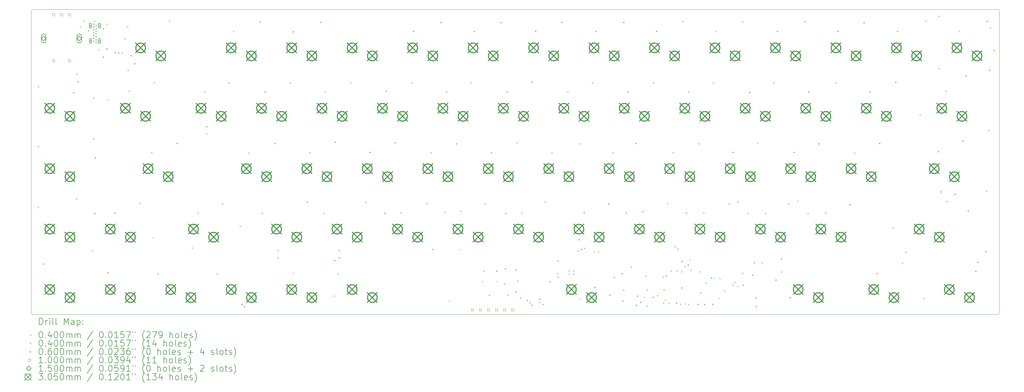
<source format=gbr>
%TF.GenerationSoftware,KiCad,Pcbnew,7.0.6*%
%TF.CreationDate,2024-03-18T14:57:49-04:00*%
%TF.ProjectId,Loadstar_70,4c6f6164-7374-4617-925f-37302e6b6963,rev?*%
%TF.SameCoordinates,Original*%
%TF.FileFunction,Drillmap*%
%TF.FilePolarity,Positive*%
%FSLAX45Y45*%
G04 Gerber Fmt 4.5, Leading zero omitted, Abs format (unit mm)*
G04 Created by KiCad (PCBNEW 7.0.6) date 2024-03-18 14:57:49*
%MOMM*%
%LPD*%
G01*
G04 APERTURE LIST*
%ADD10C,0.100000*%
%ADD11C,0.200000*%
%ADD12C,0.040000*%
%ADD13C,0.060000*%
%ADD14C,0.150000*%
%ADD15C,0.305000*%
G04 APERTURE END LIST*
D10*
X32636062Y-5696500D02*
X32636062Y-15216500D01*
X32586062Y-15266500D02*
X2186063Y-15266500D01*
X2186063Y-5646500D02*
X32586062Y-5646500D01*
X2136063Y-15216500D02*
X2136063Y-5696500D01*
X2186063Y-5646502D02*
G75*
G03*
X2136063Y-5696500I-3J-49998D01*
G01*
X32586062Y-15266502D02*
G75*
G03*
X32636062Y-15216500I-3J50003D01*
G01*
X32636060Y-5696500D02*
G75*
G03*
X32586062Y-5646500I-50000J0D01*
G01*
X2136060Y-15216500D02*
G75*
G03*
X2186063Y-15266500I50000J0D01*
G01*
D11*
D12*
X2340000Y-8060000D02*
X2380000Y-8100000D01*
X2380000Y-8060000D02*
X2340000Y-8100000D01*
X2340000Y-9950000D02*
X2380000Y-9990000D01*
X2380000Y-9950000D02*
X2340000Y-9990000D01*
X2340000Y-11870000D02*
X2380000Y-11910000D01*
X2380000Y-11870000D02*
X2340000Y-11910000D01*
X2500000Y-13650000D02*
X2540000Y-13690000D01*
X2540000Y-13650000D02*
X2500000Y-13690000D01*
X3450000Y-8250000D02*
X3490000Y-8290000D01*
X3490000Y-8250000D02*
X3450000Y-8290000D01*
X3540000Y-11600000D02*
X3580000Y-11640000D01*
X3580000Y-11600000D02*
X3540000Y-11640000D01*
X3551875Y-7670000D02*
X3591875Y-7710000D01*
X3591875Y-7670000D02*
X3551875Y-7710000D01*
X3590000Y-7910000D02*
X3630000Y-7950000D01*
X3630000Y-7910000D02*
X3590000Y-7950000D01*
X3670937Y-6171250D02*
X3710937Y-6211250D01*
X3710937Y-6171250D02*
X3670937Y-6211250D01*
X3768562Y-5990500D02*
X3808562Y-6030500D01*
X3808562Y-5990500D02*
X3768562Y-6030500D01*
X3918562Y-6290500D02*
X3958562Y-6330500D01*
X3958562Y-6290500D02*
X3918562Y-6330500D01*
X4040000Y-13250000D02*
X4080000Y-13290000D01*
X4080000Y-13250000D02*
X4040000Y-13290000D01*
X4080000Y-8420000D02*
X4120000Y-8460000D01*
X4120000Y-8420000D02*
X4080000Y-8460000D01*
X4080000Y-9710000D02*
X4120000Y-9750000D01*
X4120000Y-9710000D02*
X4080000Y-9750000D01*
X4118562Y-5990500D02*
X4158562Y-6030500D01*
X4158562Y-5990500D02*
X4118562Y-6030500D01*
X4120000Y-12060000D02*
X4160000Y-12100000D01*
X4160000Y-12060000D02*
X4120000Y-12100000D01*
X4130000Y-10301450D02*
X4170000Y-10341450D01*
X4170000Y-10301450D02*
X4130000Y-10341450D01*
X4243563Y-6890500D02*
X4283563Y-6930500D01*
X4283563Y-6890500D02*
X4243563Y-6930500D01*
X4383563Y-6229000D02*
X4423563Y-6269000D01*
X4423563Y-6229000D02*
X4383563Y-6269000D01*
X4383563Y-7129000D02*
X4423563Y-7169000D01*
X4423563Y-7129000D02*
X4383563Y-7169000D01*
X4493563Y-6090500D02*
X4533563Y-6130500D01*
X4533563Y-6090500D02*
X4493563Y-6130500D01*
X4493563Y-6865500D02*
X4533563Y-6905500D01*
X4533563Y-6865500D02*
X4493563Y-6905500D01*
X4520000Y-8460000D02*
X4560000Y-8500000D01*
X4560000Y-8460000D02*
X4520000Y-8500000D01*
X4530000Y-13930000D02*
X4570000Y-13970000D01*
X4570000Y-13930000D02*
X4530000Y-13970000D01*
X4752725Y-12042125D02*
X4792725Y-12082125D01*
X4792725Y-12042125D02*
X4752725Y-12082125D01*
X4766112Y-6990500D02*
X4806112Y-7030500D01*
X4806112Y-6990500D02*
X4766112Y-7030500D01*
X4866063Y-6990500D02*
X4906063Y-7030500D01*
X4906063Y-6990500D02*
X4866063Y-7030500D01*
X4971063Y-6990500D02*
X5011063Y-7030500D01*
X5011063Y-6990500D02*
X4971063Y-7030500D01*
X5075000Y-6550000D02*
X5115000Y-6590000D01*
X5115000Y-6550000D02*
X5075000Y-6590000D01*
X5150000Y-6160000D02*
X5190000Y-6200000D01*
X5190000Y-6160000D02*
X5150000Y-6200000D01*
X5168563Y-7540500D02*
X5208563Y-7580500D01*
X5208563Y-7540500D02*
X5168563Y-7580500D01*
X5200000Y-8200000D02*
X5240000Y-8240000D01*
X5240000Y-8200000D02*
X5200000Y-8240000D01*
X5260000Y-7080000D02*
X5300000Y-7120000D01*
X5300000Y-7080000D02*
X5260000Y-7120000D01*
X5373595Y-7335468D02*
X5413595Y-7375468D01*
X5413595Y-7335468D02*
X5373595Y-7375468D01*
X5540000Y-11740000D02*
X5580000Y-11780000D01*
X5580000Y-11740000D02*
X5540000Y-11780000D01*
X5910000Y-10140000D02*
X5950000Y-10180000D01*
X5950000Y-10140000D02*
X5910000Y-10180000D01*
X5950000Y-12830000D02*
X5990000Y-12870000D01*
X5990000Y-12830000D02*
X5950000Y-12870000D01*
X5990000Y-7930000D02*
X6030000Y-7970000D01*
X6030000Y-7930000D02*
X5990000Y-7970000D01*
X6110000Y-13968425D02*
X6150000Y-14008425D01*
X6150000Y-13968425D02*
X6110000Y-14008425D01*
X6468562Y-5990500D02*
X6508562Y-6030500D01*
X6508562Y-5990500D02*
X6468562Y-6030500D01*
X6710000Y-9850000D02*
X6750000Y-9890000D01*
X6750000Y-9850000D02*
X6710000Y-9890000D01*
X7188562Y-13147950D02*
X7228562Y-13187950D01*
X7228562Y-13147950D02*
X7188562Y-13187950D01*
X7380000Y-12040000D02*
X7420000Y-12080000D01*
X7420000Y-12040000D02*
X7380000Y-12080000D01*
X7580000Y-8220000D02*
X7620000Y-8260000D01*
X7620000Y-8220000D02*
X7580000Y-8260000D01*
X7643562Y-9323050D02*
X7683562Y-9363050D01*
X7683562Y-9323050D02*
X7643562Y-9363050D01*
X7643562Y-9552950D02*
X7683562Y-9592950D01*
X7683562Y-9552950D02*
X7643562Y-9592950D01*
X7970000Y-13960000D02*
X8010000Y-14000000D01*
X8010000Y-13960000D02*
X7970000Y-14000000D01*
X8140000Y-11760000D02*
X8180000Y-11800000D01*
X8180000Y-11760000D02*
X8140000Y-11800000D01*
X8340000Y-7940000D02*
X8380000Y-7980000D01*
X8380000Y-7940000D02*
X8340000Y-7980000D01*
X8490000Y-6310000D02*
X8530000Y-6350000D01*
X8530000Y-6310000D02*
X8490000Y-6350000D01*
X8700000Y-12460000D02*
X8740000Y-12500000D01*
X8740000Y-12460000D02*
X8700000Y-12500000D01*
X8754112Y-14927550D02*
X8794112Y-14967550D01*
X8794112Y-14927550D02*
X8754112Y-14967550D01*
X8830000Y-15000000D02*
X8870000Y-15040000D01*
X8870000Y-15000000D02*
X8830000Y-15040000D01*
X8970000Y-10150000D02*
X9010000Y-10190000D01*
X9010000Y-10150000D02*
X8970000Y-10190000D01*
X9330000Y-6020000D02*
X9370000Y-6060000D01*
X9370000Y-6020000D02*
X9330000Y-6060000D01*
X9390000Y-12050000D02*
X9430000Y-12090000D01*
X9430000Y-12050000D02*
X9390000Y-12090000D01*
X9480000Y-8230000D02*
X9520000Y-8270000D01*
X9520000Y-8230000D02*
X9480000Y-8270000D01*
X9800000Y-9850000D02*
X9840000Y-9890000D01*
X9840000Y-9850000D02*
X9800000Y-9890000D01*
X9893563Y-13223050D02*
X9933563Y-13263050D01*
X9933563Y-13223050D02*
X9893563Y-13263050D01*
X9893563Y-13452950D02*
X9933563Y-13492950D01*
X9933563Y-13452950D02*
X9893563Y-13492950D01*
X10270000Y-7940000D02*
X10310000Y-7980000D01*
X10310000Y-7940000D02*
X10270000Y-7980000D01*
X10370000Y-6330000D02*
X10410000Y-6370000D01*
X10410000Y-6330000D02*
X10370000Y-6370000D01*
X10370000Y-13940000D02*
X10410000Y-13980000D01*
X10410000Y-13940000D02*
X10370000Y-13980000D01*
X10810000Y-11700000D02*
X10850000Y-11740000D01*
X10850000Y-11700000D02*
X10810000Y-11740000D01*
X10900000Y-10140000D02*
X10940000Y-10180000D01*
X10940000Y-10140000D02*
X10900000Y-10180000D01*
X11240000Y-6030000D02*
X11280000Y-6070000D01*
X11280000Y-6030000D02*
X11240000Y-6070000D01*
X11340000Y-12052450D02*
X11380000Y-12092450D01*
X11380000Y-12052450D02*
X11340000Y-12092450D01*
X11380000Y-8230000D02*
X11420000Y-8270000D01*
X11420000Y-8230000D02*
X11380000Y-8270000D01*
X11660000Y-14660000D02*
X11700000Y-14700000D01*
X11700000Y-14660000D02*
X11660000Y-14700000D01*
X11680000Y-13540000D02*
X11720000Y-13580000D01*
X11720000Y-13540000D02*
X11680000Y-13580000D01*
X11690000Y-9810000D02*
X11730000Y-9850000D01*
X11730000Y-9810000D02*
X11690000Y-9850000D01*
X11790000Y-13960000D02*
X11830000Y-14000000D01*
X11830000Y-13960000D02*
X11790000Y-14000000D01*
X11818562Y-13223050D02*
X11858562Y-13263050D01*
X11858562Y-13223050D02*
X11818562Y-13263050D01*
X11818562Y-13452950D02*
X11858562Y-13492950D01*
X11858562Y-13452950D02*
X11818562Y-13492950D01*
X12180000Y-7940000D02*
X12220000Y-7980000D01*
X12220000Y-7940000D02*
X12180000Y-7980000D01*
X12660000Y-11710000D02*
X12700000Y-11750000D01*
X12700000Y-11710000D02*
X12660000Y-11750000D01*
X12790000Y-10130000D02*
X12830000Y-10170000D01*
X12830000Y-10130000D02*
X12790000Y-10170000D01*
X13250000Y-12050000D02*
X13290000Y-12090000D01*
X13290000Y-12050000D02*
X13250000Y-12090000D01*
X13300000Y-8200000D02*
X13340000Y-8240000D01*
X13340000Y-8200000D02*
X13300000Y-8240000D01*
X13580000Y-9830000D02*
X13620000Y-9870000D01*
X13620000Y-9830000D02*
X13580000Y-9870000D01*
X13760000Y-12030000D02*
X13800000Y-12070000D01*
X13800000Y-12030000D02*
X13760000Y-12070000D01*
X14110000Y-7940000D02*
X14150000Y-7980000D01*
X14150000Y-7940000D02*
X14110000Y-7980000D01*
X14160000Y-6310000D02*
X14200000Y-6350000D01*
X14200000Y-6310000D02*
X14160000Y-6350000D01*
X14580000Y-11740000D02*
X14620000Y-11780000D01*
X14620000Y-11740000D02*
X14580000Y-11780000D01*
X14710000Y-10140000D02*
X14750000Y-10180000D01*
X14750000Y-10140000D02*
X14710000Y-10180000D01*
X14768562Y-13192950D02*
X14808562Y-13232950D01*
X14808562Y-13192950D02*
X14768562Y-13232950D01*
X15020000Y-6040000D02*
X15060000Y-6080000D01*
X15060000Y-6040000D02*
X15020000Y-6080000D01*
X15150000Y-12020000D02*
X15190000Y-12060000D01*
X15190000Y-12020000D02*
X15150000Y-12060000D01*
X15190000Y-8220000D02*
X15230000Y-8260000D01*
X15230000Y-8220000D02*
X15190000Y-8260000D01*
X15290000Y-14820000D02*
X15330000Y-14860000D01*
X15330000Y-14820000D02*
X15290000Y-14860000D01*
X15510000Y-9860000D02*
X15550000Y-9900000D01*
X15550000Y-9860000D02*
X15510000Y-9900000D01*
X15618562Y-13192950D02*
X15658562Y-13232950D01*
X15658562Y-13192950D02*
X15618562Y-13232950D01*
X15648347Y-11990024D02*
X15688347Y-12030024D01*
X15688347Y-11990024D02*
X15648347Y-12030024D01*
X15970000Y-7930000D02*
X16010000Y-7970000D01*
X16010000Y-7930000D02*
X15970000Y-7970000D01*
X16070000Y-6320000D02*
X16110000Y-6360000D01*
X16110000Y-6320000D02*
X16070000Y-6360000D01*
X16330000Y-14201450D02*
X16370000Y-14241450D01*
X16370000Y-14201450D02*
X16330000Y-14241450D01*
X16380000Y-13876550D02*
X16420000Y-13916550D01*
X16420000Y-13876550D02*
X16380000Y-13916550D01*
X16420000Y-11760000D02*
X16460000Y-11800000D01*
X16460000Y-11760000D02*
X16420000Y-11800000D01*
X16550000Y-14640000D02*
X16590000Y-14680000D01*
X16590000Y-14640000D02*
X16550000Y-14680000D01*
X16610000Y-10140000D02*
X16650000Y-10180000D01*
X16650000Y-10140000D02*
X16610000Y-10180000D01*
X16780000Y-13876550D02*
X16820000Y-13916550D01*
X16820000Y-13876550D02*
X16780000Y-13916550D01*
X16780000Y-14201450D02*
X16820000Y-14241450D01*
X16820000Y-14201450D02*
X16780000Y-14241450D01*
X16920000Y-6040000D02*
X16960000Y-6080000D01*
X16960000Y-6040000D02*
X16920000Y-6080000D01*
X17030000Y-14280000D02*
X17070000Y-14320000D01*
X17070000Y-14280000D02*
X17030000Y-14320000D01*
X17050000Y-13800000D02*
X17090000Y-13840000D01*
X17090000Y-13800000D02*
X17050000Y-13840000D01*
X17060000Y-12050000D02*
X17100000Y-12090000D01*
X17100000Y-12050000D02*
X17060000Y-12090000D01*
X17100000Y-8230000D02*
X17140000Y-8270000D01*
X17140000Y-8230000D02*
X17100000Y-8270000D01*
X17140000Y-14640000D02*
X17180000Y-14680000D01*
X17180000Y-14640000D02*
X17140000Y-14680000D01*
X17380000Y-13830000D02*
X17420000Y-13870000D01*
X17420000Y-13830000D02*
X17380000Y-13870000D01*
X17393563Y-14540500D02*
X17433563Y-14580500D01*
X17433563Y-14540500D02*
X17393563Y-14580500D01*
X17430000Y-9830000D02*
X17470000Y-9870000D01*
X17470000Y-9830000D02*
X17430000Y-9870000D01*
X17443563Y-14190500D02*
X17483563Y-14230500D01*
X17483563Y-14190500D02*
X17443563Y-14230500D01*
X17530000Y-14723891D02*
X17570000Y-14763891D01*
X17570000Y-14723891D02*
X17530000Y-14763891D01*
X17570000Y-12040000D02*
X17610000Y-12080000D01*
X17610000Y-12040000D02*
X17570000Y-12080000D01*
X17743659Y-14796341D02*
X17783659Y-14836341D01*
X17783659Y-14796341D02*
X17743659Y-14836341D01*
X17822983Y-14875665D02*
X17862983Y-14915665D01*
X17862983Y-14875665D02*
X17822983Y-14915665D01*
X17890000Y-7920000D02*
X17930000Y-7960000D01*
X17930000Y-7920000D02*
X17890000Y-7960000D01*
X17893658Y-14946340D02*
X17933658Y-14986340D01*
X17933658Y-14946340D02*
X17893658Y-14986340D01*
X18000000Y-6310000D02*
X18040000Y-6350000D01*
X18040000Y-6310000D02*
X18000000Y-6350000D01*
X18131223Y-14858777D02*
X18171223Y-14898777D01*
X18171223Y-14858777D02*
X18131223Y-14898777D01*
X18141057Y-14759311D02*
X18181057Y-14799311D01*
X18181057Y-14759311D02*
X18141057Y-14799311D01*
X18242837Y-14928050D02*
X18282837Y-14968050D01*
X18282837Y-14928050D02*
X18242837Y-14968050D01*
X18310000Y-11680000D02*
X18350000Y-11720000D01*
X18350000Y-11680000D02*
X18310000Y-11720000D01*
X18450000Y-14210000D02*
X18490000Y-14250000D01*
X18490000Y-14210000D02*
X18450000Y-14250000D01*
X18520000Y-10140000D02*
X18560000Y-10180000D01*
X18560000Y-10140000D02*
X18520000Y-10180000D01*
X18700000Y-13960000D02*
X18740000Y-14000000D01*
X18740000Y-13960000D02*
X18700000Y-14000000D01*
X18710000Y-13560000D02*
X18750000Y-13600000D01*
X18750000Y-13560000D02*
X18710000Y-13600000D01*
X18710000Y-14070000D02*
X18750000Y-14110000D01*
X18750000Y-14070000D02*
X18710000Y-14110000D01*
X18830000Y-6030000D02*
X18870000Y-6070000D01*
X18870000Y-6030000D02*
X18830000Y-6070000D01*
X19020000Y-8230000D02*
X19060000Y-8270000D01*
X19060000Y-8230000D02*
X19020000Y-8270000D01*
X19060738Y-13866600D02*
X19100738Y-13906600D01*
X19100738Y-13866600D02*
X19060738Y-13906600D01*
X19060738Y-13966550D02*
X19100738Y-14006550D01*
X19100738Y-13966550D02*
X19060738Y-14006550D01*
X19205638Y-13866600D02*
X19245638Y-13906600D01*
X19245638Y-13866600D02*
X19205638Y-13906600D01*
X19205638Y-13966550D02*
X19245638Y-14006550D01*
X19245638Y-13966550D02*
X19205638Y-14006550D01*
X19343284Y-13237950D02*
X19383284Y-13277950D01*
X19383284Y-13237950D02*
X19343284Y-13277950D01*
X19371313Y-12883250D02*
X19411313Y-12923250D01*
X19411313Y-12883250D02*
X19371313Y-12923250D01*
X19387188Y-14743750D02*
X19427188Y-14783750D01*
X19427188Y-14743750D02*
X19387188Y-14783750D01*
X19400000Y-9860000D02*
X19440000Y-9900000D01*
X19440000Y-9860000D02*
X19400000Y-9900000D01*
X19443193Y-13192950D02*
X19483193Y-13232950D01*
X19483193Y-13192950D02*
X19443193Y-13232950D01*
X19530000Y-12032450D02*
X19570000Y-12072450D01*
X19570000Y-12032450D02*
X19530000Y-12072450D01*
X19541058Y-13155455D02*
X19581058Y-13195455D01*
X19581058Y-13155455D02*
X19541058Y-13195455D01*
X19800000Y-7940000D02*
X19840000Y-7980000D01*
X19840000Y-7940000D02*
X19800000Y-7980000D01*
X19860261Y-13269739D02*
X19900261Y-13309739D01*
X19900261Y-13269739D02*
X19860261Y-13309739D01*
X19863438Y-14386562D02*
X19903438Y-14426562D01*
X19903438Y-14386562D02*
X19863438Y-14426562D01*
X19900000Y-6320000D02*
X19940000Y-6360000D01*
X19940000Y-6320000D02*
X19900000Y-6360000D01*
X19981254Y-13283050D02*
X20021254Y-13323050D01*
X20021254Y-13283050D02*
X19981254Y-13323050D01*
X20310000Y-11750000D02*
X20350000Y-11790000D01*
X20350000Y-11750000D02*
X20310000Y-11790000D01*
X20339688Y-14624687D02*
X20379688Y-14664687D01*
X20379688Y-14624687D02*
X20339688Y-14664687D01*
X20440000Y-10150000D02*
X20480000Y-10190000D01*
X20480000Y-10150000D02*
X20440000Y-10190000D01*
X20478563Y-14070500D02*
X20518563Y-14110500D01*
X20518563Y-14070500D02*
X20478563Y-14110500D01*
X20718563Y-13955500D02*
X20758563Y-13995500D01*
X20758563Y-13955500D02*
X20718563Y-13995500D01*
X20750000Y-14825000D02*
X20790000Y-14865000D01*
X20790000Y-14825000D02*
X20750000Y-14865000D01*
X20780000Y-6030000D02*
X20820000Y-6070000D01*
X20820000Y-6030000D02*
X20780000Y-6070000D01*
X20781853Y-14476251D02*
X20821853Y-14516251D01*
X20821853Y-14476251D02*
X20781853Y-14516251D01*
X20860000Y-12032450D02*
X20900000Y-12072450D01*
X20900000Y-12032450D02*
X20860000Y-12072450D01*
X20910000Y-8230000D02*
X20950000Y-8270000D01*
X20950000Y-8230000D02*
X20910000Y-8270000D01*
X21020000Y-13750000D02*
X21060000Y-13790000D01*
X21060000Y-13750000D02*
X21020000Y-13790000D01*
X21170000Y-9850000D02*
X21210000Y-9890000D01*
X21210000Y-9850000D02*
X21170000Y-9890000D01*
X21178563Y-14955550D02*
X21218563Y-14995550D01*
X21218563Y-14955550D02*
X21178563Y-14995550D01*
X21215000Y-14660000D02*
X21255000Y-14700000D01*
X21255000Y-14660000D02*
X21215000Y-14700000D01*
X21318563Y-14860500D02*
X21358563Y-14900500D01*
X21358563Y-14860500D02*
X21318563Y-14900500D01*
X21380000Y-12000000D02*
X21420000Y-12040000D01*
X21420000Y-12000000D02*
X21380000Y-12040000D01*
X21428563Y-14701030D02*
X21468563Y-14741030D01*
X21468563Y-14701030D02*
X21428563Y-14741030D01*
X21475000Y-14035000D02*
X21515000Y-14075000D01*
X21515000Y-14035000D02*
X21475000Y-14075000D01*
X21518563Y-14973050D02*
X21558563Y-15013050D01*
X21558563Y-14973050D02*
X21518563Y-15013050D01*
X21525000Y-14465000D02*
X21565000Y-14505000D01*
X21565000Y-14465000D02*
X21525000Y-14505000D01*
X21711113Y-14701030D02*
X21751113Y-14741030D01*
X21751113Y-14701030D02*
X21711113Y-14741030D01*
X21720000Y-7940000D02*
X21760000Y-7980000D01*
X21760000Y-7940000D02*
X21720000Y-7980000D01*
X21810000Y-6310000D02*
X21850000Y-6350000D01*
X21850000Y-6310000D02*
X21810000Y-6350000D01*
X21837333Y-14648050D02*
X21877333Y-14688050D01*
X21877333Y-14648050D02*
X21837333Y-14688050D01*
X22031643Y-14063865D02*
X22071643Y-14103865D01*
X22071643Y-14063865D02*
X22031643Y-14103865D01*
X22036013Y-14883050D02*
X22076013Y-14923050D01*
X22076013Y-14883050D02*
X22036013Y-14923050D01*
X22048563Y-14468050D02*
X22088563Y-14508050D01*
X22088563Y-14468050D02*
X22048563Y-14508050D01*
X22089027Y-14793414D02*
X22129027Y-14833414D01*
X22129027Y-14793414D02*
X22089027Y-14833414D01*
X22125583Y-14023480D02*
X22165583Y-14063480D01*
X22165583Y-14023480D02*
X22125583Y-14063480D01*
X22160000Y-11740000D02*
X22200000Y-11780000D01*
X22200000Y-11740000D02*
X22160000Y-11780000D01*
X22207747Y-14882950D02*
X22247747Y-14922950D01*
X22247747Y-14882950D02*
X22207747Y-14922950D01*
X22271527Y-13867125D02*
X22311527Y-13907125D01*
X22311527Y-13867125D02*
X22271527Y-13907125D01*
X22340000Y-10140000D02*
X22380000Y-10180000D01*
X22380000Y-10140000D02*
X22340000Y-10180000D01*
X22402801Y-13107199D02*
X22442801Y-13147199D01*
X22442801Y-13107199D02*
X22402801Y-13147199D01*
X22444058Y-14883097D02*
X22484058Y-14923097D01*
X22484058Y-14883097D02*
X22444058Y-14923097D01*
X22463977Y-13866873D02*
X22503977Y-13906873D01*
X22503977Y-13866873D02*
X22463977Y-13906873D01*
X22492526Y-13179649D02*
X22532526Y-13219649D01*
X22532526Y-13179649D02*
X22492526Y-13219649D01*
X22568562Y-14928050D02*
X22608562Y-14968050D01*
X22608562Y-14928050D02*
X22568562Y-14968050D01*
X22605981Y-13894018D02*
X22645981Y-13934018D01*
X22645981Y-13894018D02*
X22605981Y-13934018D01*
X22608562Y-14404000D02*
X22648562Y-14444000D01*
X22648562Y-14404000D02*
X22608562Y-14444000D01*
X22618562Y-13565500D02*
X22658562Y-13605500D01*
X22658562Y-13565500D02*
X22618562Y-13605500D01*
X22640000Y-6000000D02*
X22680000Y-6040000D01*
X22680000Y-6000000D02*
X22640000Y-6040000D01*
X22709171Y-13728649D02*
X22749171Y-13768649D01*
X22749171Y-13728649D02*
X22709171Y-13768649D01*
X22724161Y-14904901D02*
X22764161Y-14944901D01*
X22764161Y-14904901D02*
X22724161Y-14944901D01*
X22750000Y-12042450D02*
X22790000Y-12082450D01*
X22790000Y-12042450D02*
X22750000Y-12082450D01*
X22807550Y-13678266D02*
X22847550Y-13718266D01*
X22847550Y-13678266D02*
X22807550Y-13718266D01*
X22821386Y-14928084D02*
X22861386Y-14968084D01*
X22861386Y-14928084D02*
X22821386Y-14968084D01*
X22830000Y-8230000D02*
X22870000Y-8270000D01*
X22870000Y-8230000D02*
X22830000Y-8270000D01*
X22858562Y-13514575D02*
X22898562Y-13554575D01*
X22898562Y-13514575D02*
X22858562Y-13554575D01*
X22899077Y-13850000D02*
X22939077Y-13890000D01*
X22939077Y-13850000D02*
X22899077Y-13890000D01*
X23120353Y-14926301D02*
X23160353Y-14966301D01*
X23160353Y-14926301D02*
X23120353Y-14966301D01*
X23150000Y-9860000D02*
X23190000Y-9900000D01*
X23190000Y-9860000D02*
X23150000Y-9900000D01*
X23185000Y-13890000D02*
X23225000Y-13930000D01*
X23225000Y-13890000D02*
X23185000Y-13930000D01*
X23202207Y-14556351D02*
X23242207Y-14596351D01*
X23242207Y-14556351D02*
X23202207Y-14596351D01*
X23300000Y-12040000D02*
X23340000Y-12080000D01*
X23340000Y-12040000D02*
X23300000Y-12080000D01*
X23323403Y-14928050D02*
X23363403Y-14968050D01*
X23363403Y-14928050D02*
X23323403Y-14968050D01*
X23368562Y-14250450D02*
X23408562Y-14290450D01*
X23408562Y-14250450D02*
X23368562Y-14290450D01*
X23541062Y-14090500D02*
X23581062Y-14130500D01*
X23581062Y-14090500D02*
X23541062Y-14130500D01*
X23586693Y-14928050D02*
X23626693Y-14968050D01*
X23626693Y-14928050D02*
X23586693Y-14968050D01*
X23610000Y-7950000D02*
X23650000Y-7990000D01*
X23650000Y-7950000D02*
X23610000Y-7990000D01*
X23646062Y-14090500D02*
X23686062Y-14130500D01*
X23686062Y-14090500D02*
X23646062Y-14130500D01*
X23680000Y-6310000D02*
X23720000Y-6350000D01*
X23720000Y-6310000D02*
X23680000Y-6350000D01*
X23790964Y-14735639D02*
X23830964Y-14775639D01*
X23830964Y-14735639D02*
X23790964Y-14775639D01*
X23808562Y-14110500D02*
X23848562Y-14150500D01*
X23848562Y-14110500D02*
X23808562Y-14150500D01*
X23955513Y-14507450D02*
X23995513Y-14547450D01*
X23995513Y-14507450D02*
X23955513Y-14547450D01*
X24100000Y-11760000D02*
X24140000Y-11800000D01*
X24140000Y-11760000D02*
X24100000Y-11800000D01*
X24217333Y-14309270D02*
X24257333Y-14349270D01*
X24257333Y-14309270D02*
X24217333Y-14349270D01*
X24220000Y-10130000D02*
X24260000Y-10170000D01*
X24260000Y-10130000D02*
X24220000Y-10170000D01*
X24282764Y-14233713D02*
X24322764Y-14273713D01*
X24322764Y-14233713D02*
X24282764Y-14273713D01*
X24375761Y-14355761D02*
X24415761Y-14395761D01*
X24415761Y-14355761D02*
X24375761Y-14395761D01*
X24380000Y-11680000D02*
X24420000Y-11720000D01*
X24420000Y-11680000D02*
X24380000Y-11720000D01*
X24528562Y-13940500D02*
X24568562Y-13980500D01*
X24568562Y-13940500D02*
X24528562Y-13980500D01*
X24530000Y-6020000D02*
X24570000Y-6060000D01*
X24570000Y-6020000D02*
X24530000Y-6060000D01*
X24548562Y-14320500D02*
X24588562Y-14360500D01*
X24588562Y-14320500D02*
X24548562Y-14360500D01*
X24690000Y-12052450D02*
X24730000Y-12092450D01*
X24730000Y-12052450D02*
X24690000Y-12092450D01*
X24740000Y-8240000D02*
X24780000Y-8280000D01*
X24780000Y-8240000D02*
X24740000Y-8280000D01*
X24838562Y-14000500D02*
X24878562Y-14040500D01*
X24878562Y-14000500D02*
X24838562Y-14040500D01*
X24900000Y-13610000D02*
X24940000Y-13650000D01*
X24940000Y-13610000D02*
X24900000Y-13650000D01*
X24948562Y-14717950D02*
X24988562Y-14757950D01*
X24988562Y-14717950D02*
X24948562Y-14757950D01*
X24958562Y-14990500D02*
X24998562Y-15030500D01*
X24998562Y-14990500D02*
X24958562Y-15030500D01*
X25000000Y-9840000D02*
X25040000Y-9880000D01*
X25040000Y-9840000D02*
X25000000Y-9880000D01*
X25140000Y-13610000D02*
X25180000Y-13650000D01*
X25180000Y-13610000D02*
X25140000Y-13650000D01*
X25250000Y-12052450D02*
X25290000Y-12092450D01*
X25290000Y-12052450D02*
X25250000Y-12092450D01*
X25510000Y-7940000D02*
X25550000Y-7980000D01*
X25550000Y-7940000D02*
X25510000Y-7980000D01*
X25570000Y-14160000D02*
X25610000Y-14200000D01*
X25610000Y-14160000D02*
X25570000Y-14200000D01*
X25620000Y-6320000D02*
X25660000Y-6360000D01*
X25660000Y-6320000D02*
X25620000Y-6360000D01*
X25750000Y-13490000D02*
X25790000Y-13530000D01*
X25790000Y-13490000D02*
X25750000Y-13530000D01*
X25760000Y-13900000D02*
X25800000Y-13940000D01*
X25800000Y-13900000D02*
X25760000Y-13940000D01*
X25970000Y-11750000D02*
X26010000Y-11790000D01*
X26010000Y-11750000D02*
X25970000Y-11790000D01*
X26024437Y-14710500D02*
X26064437Y-14750500D01*
X26064437Y-14710500D02*
X26024437Y-14750500D01*
X26150000Y-10130000D02*
X26190000Y-10170000D01*
X26190000Y-10130000D02*
X26150000Y-10170000D01*
X26270000Y-11670000D02*
X26310000Y-11710000D01*
X26310000Y-11670000D02*
X26270000Y-11710000D01*
X26490000Y-6020000D02*
X26530000Y-6060000D01*
X26530000Y-6020000D02*
X26490000Y-6060000D01*
X26590000Y-12052450D02*
X26630000Y-12092450D01*
X26630000Y-12052450D02*
X26590000Y-12092450D01*
X26610000Y-8220000D02*
X26650000Y-8260000D01*
X26650000Y-8220000D02*
X26610000Y-8260000D01*
X26930000Y-9860000D02*
X26970000Y-9900000D01*
X26970000Y-9860000D02*
X26930000Y-9900000D01*
X27139754Y-12041722D02*
X27179754Y-12081722D01*
X27179754Y-12041722D02*
X27139754Y-12081722D01*
X27460000Y-7940000D02*
X27500000Y-7980000D01*
X27500000Y-7940000D02*
X27460000Y-7980000D01*
X27530000Y-6310000D02*
X27570000Y-6350000D01*
X27570000Y-6310000D02*
X27530000Y-6350000D01*
X27910000Y-11780000D02*
X27950000Y-11820000D01*
X27950000Y-11780000D02*
X27910000Y-11820000D01*
X28050000Y-10150000D02*
X28090000Y-10190000D01*
X28090000Y-10150000D02*
X28050000Y-10190000D01*
X28350000Y-6040000D02*
X28390000Y-6080000D01*
X28390000Y-6040000D02*
X28350000Y-6080000D01*
X28530000Y-8230000D02*
X28570000Y-8270000D01*
X28570000Y-8230000D02*
X28530000Y-8270000D01*
X28760000Y-13950000D02*
X28800000Y-13990000D01*
X28800000Y-13950000D02*
X28760000Y-13990000D01*
X28840000Y-9850000D02*
X28880000Y-9890000D01*
X28880000Y-9850000D02*
X28840000Y-9890000D01*
X29270000Y-12520000D02*
X29310000Y-12560000D01*
X29310000Y-12520000D02*
X29270000Y-12560000D01*
X29350000Y-7920000D02*
X29390000Y-7960000D01*
X29390000Y-7920000D02*
X29350000Y-7960000D01*
X29410000Y-6320000D02*
X29450000Y-6360000D01*
X29450000Y-6320000D02*
X29410000Y-6360000D01*
X29560000Y-13630000D02*
X29600000Y-13670000D01*
X29600000Y-13630000D02*
X29560000Y-13670000D01*
X29670000Y-13280000D02*
X29710000Y-13320000D01*
X29710000Y-13280000D02*
X29670000Y-13320000D01*
X30120000Y-8950000D02*
X30160000Y-8990000D01*
X30160000Y-8950000D02*
X30120000Y-8990000D01*
X30228562Y-14740500D02*
X30268562Y-14780500D01*
X30268562Y-14740500D02*
X30228562Y-14780500D01*
X30293562Y-5990500D02*
X30333562Y-6030500D01*
X30333562Y-5990500D02*
X30293562Y-6030500D01*
X30690000Y-10110000D02*
X30730000Y-10150000D01*
X30730000Y-10110000D02*
X30690000Y-10150000D01*
X30718562Y-5840500D02*
X30758562Y-5880500D01*
X30758562Y-5840500D02*
X30718562Y-5880500D01*
X30718562Y-7490500D02*
X30758562Y-7530500D01*
X30758562Y-7490500D02*
X30718562Y-7530500D01*
X30774995Y-11377455D02*
X30814995Y-11417455D01*
X30814995Y-11377455D02*
X30774995Y-11417455D01*
X30930000Y-8200000D02*
X30970000Y-8240000D01*
X30970000Y-8200000D02*
X30930000Y-8240000D01*
X30960000Y-11680000D02*
X31000000Y-11720000D01*
X31000000Y-11680000D02*
X30960000Y-11720000D01*
X31220000Y-11450000D02*
X31260000Y-11490000D01*
X31260000Y-11450000D02*
X31220000Y-11490000D01*
X31350000Y-6310000D02*
X31390000Y-6350000D01*
X31390000Y-6310000D02*
X31350000Y-6350000D01*
X31460000Y-9780000D02*
X31500000Y-9820000D01*
X31500000Y-9780000D02*
X31460000Y-9820000D01*
X31570000Y-7720000D02*
X31610000Y-7760000D01*
X31610000Y-7720000D02*
X31570000Y-7760000D01*
X31630000Y-11980000D02*
X31670000Y-12020000D01*
X31670000Y-11980000D02*
X31630000Y-12020000D01*
X31870000Y-13880000D02*
X31910000Y-13920000D01*
X31910000Y-13880000D02*
X31870000Y-13920000D01*
X31930000Y-13600000D02*
X31970000Y-13640000D01*
X31970000Y-13600000D02*
X31930000Y-13640000D01*
X32180000Y-13260000D02*
X32220000Y-13300000D01*
X32220000Y-13260000D02*
X32180000Y-13300000D01*
X32210000Y-11350000D02*
X32250000Y-11390000D01*
X32250000Y-11350000D02*
X32210000Y-11390000D01*
X32230000Y-6000000D02*
X32270000Y-6040000D01*
X32270000Y-6000000D02*
X32230000Y-6040000D01*
X32280000Y-9440000D02*
X32320000Y-9480000D01*
X32320000Y-9440000D02*
X32280000Y-9480000D01*
X32298562Y-7540500D02*
X32338562Y-7580500D01*
X32338562Y-7540500D02*
X32298562Y-7580500D01*
X32328562Y-6210500D02*
X32368562Y-6250500D01*
X32368562Y-6210500D02*
X32328562Y-6250500D01*
X32448562Y-6920500D02*
X32488562Y-6960500D01*
X32488562Y-6920500D02*
X32448562Y-6960500D01*
X4123562Y-6109000D02*
G75*
G03*
X4123562Y-6109000I-20000J0D01*
G01*
X4123562Y-6199000D02*
G75*
G03*
X4123562Y-6199000I-20000J0D01*
G01*
X4123562Y-6289000D02*
G75*
G03*
X4123562Y-6289000I-20000J0D01*
G01*
X4123562Y-6379000D02*
G75*
G03*
X4123562Y-6379000I-20000J0D01*
G01*
X4123562Y-6469000D02*
G75*
G03*
X4123562Y-6469000I-20000J0D01*
G01*
X4123562Y-6559000D02*
G75*
G03*
X4123562Y-6559000I-20000J0D01*
G01*
X4123562Y-6649000D02*
G75*
G03*
X4123562Y-6649000I-20000J0D01*
G01*
X4201563Y-6154000D02*
G75*
G03*
X4201563Y-6154000I-20000J0D01*
G01*
X4201563Y-6244000D02*
G75*
G03*
X4201563Y-6244000I-20000J0D01*
G01*
X4201563Y-6334000D02*
G75*
G03*
X4201563Y-6334000I-20000J0D01*
G01*
X4201563Y-6424000D02*
G75*
G03*
X4201563Y-6424000I-20000J0D01*
G01*
X4201563Y-6514000D02*
G75*
G03*
X4201563Y-6514000I-20000J0D01*
G01*
X4201563Y-6604000D02*
G75*
G03*
X4201563Y-6604000I-20000J0D01*
G01*
X4201563Y-6694000D02*
G75*
G03*
X4201563Y-6694000I-20000J0D01*
G01*
D13*
X3999562Y-6129000D02*
X3999562Y-6189000D01*
X3969562Y-6159000D02*
X4029562Y-6159000D01*
D11*
X4029562Y-6209000D02*
X4029562Y-6109000D01*
X4029562Y-6109000D02*
G75*
G03*
X3969562Y-6109000I-30000J0D01*
G01*
X3969562Y-6109000D02*
X3969562Y-6209000D01*
X3969562Y-6209000D02*
G75*
G03*
X4029562Y-6209000I30000J0D01*
G01*
D13*
X3999562Y-6609000D02*
X3999562Y-6669000D01*
X3969562Y-6639000D02*
X4029562Y-6639000D01*
D11*
X4029562Y-6689000D02*
X4029562Y-6589000D01*
X4029562Y-6589000D02*
G75*
G03*
X3969562Y-6589000I-30000J0D01*
G01*
X3969562Y-6589000D02*
X3969562Y-6689000D01*
X3969562Y-6689000D02*
G75*
G03*
X4029562Y-6689000I30000J0D01*
G01*
D13*
X4285563Y-6129000D02*
X4285563Y-6189000D01*
X4255563Y-6159000D02*
X4315563Y-6159000D01*
D11*
X4315563Y-6209000D02*
X4315563Y-6109000D01*
X4315563Y-6109000D02*
G75*
G03*
X4255563Y-6109000I-30000J0D01*
G01*
X4255563Y-6109000D02*
X4255563Y-6209000D01*
X4255563Y-6209000D02*
G75*
G03*
X4315563Y-6209000I30000J0D01*
G01*
D13*
X4285563Y-6609000D02*
X4285563Y-6669000D01*
X4255563Y-6639000D02*
X4315563Y-6639000D01*
D11*
X4315563Y-6689000D02*
X4315563Y-6589000D01*
X4315563Y-6589000D02*
G75*
G03*
X4255563Y-6589000I-30000J0D01*
G01*
X4255563Y-6589000D02*
X4255563Y-6689000D01*
X4255563Y-6689000D02*
G75*
G03*
X4315563Y-6689000I30000J0D01*
G01*
D10*
X2873918Y-5845856D02*
X2873918Y-5775144D01*
X2803207Y-5775144D01*
X2803207Y-5845856D01*
X2873918Y-5845856D01*
X2873918Y-7295856D02*
X2873918Y-7225144D01*
X2803207Y-7225144D01*
X2803207Y-7295856D01*
X2873918Y-7295856D01*
X3123918Y-5845856D02*
X3123918Y-5775144D01*
X3053207Y-5775144D01*
X3053207Y-5845856D01*
X3123918Y-5845856D01*
X3373918Y-5845856D02*
X3373918Y-5775144D01*
X3303207Y-5775144D01*
X3303207Y-5845856D01*
X3373918Y-5845856D01*
X3373918Y-7295856D02*
X3373918Y-7225144D01*
X3303207Y-7225144D01*
X3303207Y-7295856D01*
X3373918Y-7295856D01*
X16063918Y-15155856D02*
X16063918Y-15085144D01*
X15993207Y-15085144D01*
X15993207Y-15155856D01*
X16063918Y-15155856D01*
X16317918Y-15155856D02*
X16317918Y-15085144D01*
X16247207Y-15085144D01*
X16247207Y-15155856D01*
X16317918Y-15155856D01*
X16571918Y-15155856D02*
X16571918Y-15085144D01*
X16501207Y-15085144D01*
X16501207Y-15155856D01*
X16571918Y-15155856D01*
X16825918Y-15155856D02*
X16825918Y-15085144D01*
X16755207Y-15085144D01*
X16755207Y-15155856D01*
X16825918Y-15155856D01*
X17079918Y-15155856D02*
X17079918Y-15085144D01*
X17009207Y-15085144D01*
X17009207Y-15155856D01*
X17079918Y-15155856D01*
X17333918Y-15155856D02*
X17333918Y-15085144D01*
X17263207Y-15085144D01*
X17263207Y-15155856D01*
X17333918Y-15155856D01*
D14*
X2528563Y-6635500D02*
X2603563Y-6560500D01*
X2528563Y-6485500D01*
X2453563Y-6560500D01*
X2528563Y-6635500D01*
D11*
X2453563Y-6495500D02*
X2453563Y-6625500D01*
X2453563Y-6625500D02*
G75*
G03*
X2603563Y-6625500I75000J0D01*
G01*
X2603563Y-6625500D02*
X2603563Y-6495500D01*
X2603563Y-6495500D02*
G75*
G03*
X2453563Y-6495500I-75000J0D01*
G01*
D14*
X3648562Y-6635500D02*
X3723562Y-6560500D01*
X3648562Y-6485500D01*
X3573562Y-6560500D01*
X3648562Y-6635500D01*
D11*
X3573562Y-6495500D02*
X3573562Y-6625500D01*
X3573562Y-6625500D02*
G75*
G03*
X3723562Y-6625500I75000J0D01*
G01*
X3723562Y-6625500D02*
X3723562Y-6495500D01*
X3723562Y-6495500D02*
G75*
G03*
X3573562Y-6495500I-75000J0D01*
G01*
D15*
X2570063Y-8610500D02*
X2875062Y-8915500D01*
X2875062Y-8610500D02*
X2570063Y-8915500D01*
X2875062Y-8763000D02*
G75*
G03*
X2875062Y-8763000I-152500J0D01*
G01*
X2570063Y-10515500D02*
X2875062Y-10820500D01*
X2875062Y-10515500D02*
X2570063Y-10820500D01*
X2875062Y-10668000D02*
G75*
G03*
X2875062Y-10668000I-152500J0D01*
G01*
X2570063Y-12420500D02*
X2875062Y-12725500D01*
X2875062Y-12420500D02*
X2570063Y-12725500D01*
X2875062Y-12573000D02*
G75*
G03*
X2875062Y-12573000I-152500J0D01*
G01*
X2570063Y-14325500D02*
X2875062Y-14630500D01*
X2875062Y-14325500D02*
X2570063Y-14630500D01*
X2875062Y-14478000D02*
G75*
G03*
X2875062Y-14478000I-152500J0D01*
G01*
X3205062Y-8864500D02*
X3510062Y-9169500D01*
X3510062Y-8864500D02*
X3205062Y-9169500D01*
X3510062Y-9017000D02*
G75*
G03*
X3510062Y-9017000I-152500J0D01*
G01*
X3205062Y-10769500D02*
X3510062Y-11074500D01*
X3510062Y-10769500D02*
X3205062Y-11074500D01*
X3510062Y-10922000D02*
G75*
G03*
X3510062Y-10922000I-152500J0D01*
G01*
X3205062Y-12674500D02*
X3510062Y-12979500D01*
X3510062Y-12674500D02*
X3205062Y-12979500D01*
X3510062Y-12827000D02*
G75*
G03*
X3510062Y-12827000I-152500J0D01*
G01*
X3205062Y-14579500D02*
X3510062Y-14884500D01*
X3510062Y-14579500D02*
X3205062Y-14884500D01*
X3510062Y-14732000D02*
G75*
G03*
X3510062Y-14732000I-152500J0D01*
G01*
X4475063Y-12420500D02*
X4780063Y-12725500D01*
X4780063Y-12420500D02*
X4475063Y-12725500D01*
X4780063Y-12573000D02*
G75*
G03*
X4780063Y-12573000I-152500J0D01*
G01*
X4475063Y-14325500D02*
X4780063Y-14630500D01*
X4780063Y-14325500D02*
X4475063Y-14630500D01*
X4780063Y-14478000D02*
G75*
G03*
X4780063Y-14478000I-152500J0D01*
G01*
X4951313Y-8610500D02*
X5256313Y-8915500D01*
X5256313Y-8610500D02*
X4951313Y-8915500D01*
X5256313Y-8763000D02*
G75*
G03*
X5256313Y-8763000I-152500J0D01*
G01*
X5110063Y-12674500D02*
X5415063Y-12979500D01*
X5415063Y-12674500D02*
X5110063Y-12979500D01*
X5415063Y-12827000D02*
G75*
G03*
X5415063Y-12827000I-152500J0D01*
G01*
X5110063Y-14579500D02*
X5415063Y-14884500D01*
X5415063Y-14579500D02*
X5110063Y-14884500D01*
X5415063Y-14732000D02*
G75*
G03*
X5415063Y-14732000I-152500J0D01*
G01*
X5430103Y-6705500D02*
X5735102Y-7010500D01*
X5735102Y-6705500D02*
X5430103Y-7010500D01*
X5735102Y-6858000D02*
G75*
G03*
X5735102Y-6858000I-152500J0D01*
G01*
X5586313Y-8864500D02*
X5891312Y-9169500D01*
X5891312Y-8864500D02*
X5586313Y-9169500D01*
X5891312Y-9017000D02*
G75*
G03*
X5891312Y-9017000I-152500J0D01*
G01*
X5665687Y-10515500D02*
X5970687Y-10820500D01*
X5970687Y-10515500D02*
X5665687Y-10820500D01*
X5970687Y-10668000D02*
G75*
G03*
X5970687Y-10668000I-152500J0D01*
G01*
X6065102Y-6959500D02*
X6370102Y-7264500D01*
X6370102Y-6959500D02*
X6065102Y-7264500D01*
X6370102Y-7112000D02*
G75*
G03*
X6370102Y-7112000I-152500J0D01*
G01*
X6300687Y-10769500D02*
X6605687Y-11074500D01*
X6605687Y-10769500D02*
X6300687Y-11074500D01*
X6605687Y-10922000D02*
G75*
G03*
X6605687Y-10922000I-152500J0D01*
G01*
X6380062Y-14325500D02*
X6685062Y-14630500D01*
X6685062Y-14325500D02*
X6380062Y-14630500D01*
X6685062Y-14478000D02*
G75*
G03*
X6685062Y-14478000I-152500J0D01*
G01*
X7015062Y-14579500D02*
X7320062Y-14884500D01*
X7320062Y-14579500D02*
X7015062Y-14884500D01*
X7320062Y-14732000D02*
G75*
G03*
X7320062Y-14732000I-152500J0D01*
G01*
X7094437Y-12420500D02*
X7399437Y-12725500D01*
X7399437Y-12420500D02*
X7094437Y-12725500D01*
X7399437Y-12573000D02*
G75*
G03*
X7399437Y-12573000I-152500J0D01*
G01*
X7332562Y-8610500D02*
X7637562Y-8915500D01*
X7637562Y-8610500D02*
X7332562Y-8915500D01*
X7637562Y-8763000D02*
G75*
G03*
X7637562Y-8763000I-152500J0D01*
G01*
X7729437Y-12674500D02*
X8034437Y-12979500D01*
X8034437Y-12674500D02*
X7729437Y-12979500D01*
X8034437Y-12827000D02*
G75*
G03*
X8034437Y-12827000I-152500J0D01*
G01*
X7967562Y-8864500D02*
X8272562Y-9169500D01*
X8272562Y-8864500D02*
X7967562Y-9169500D01*
X8272562Y-9017000D02*
G75*
G03*
X8272562Y-9017000I-152500J0D01*
G01*
X8285062Y-6705500D02*
X8590063Y-7010500D01*
X8590063Y-6705500D02*
X8285062Y-7010500D01*
X8590063Y-6858000D02*
G75*
G03*
X8590063Y-6858000I-152500J0D01*
G01*
X8285062Y-14325500D02*
X8590063Y-14630500D01*
X8590063Y-14325500D02*
X8285062Y-14630500D01*
X8590063Y-14478000D02*
G75*
G03*
X8590063Y-14478000I-152500J0D01*
G01*
X8761313Y-10515500D02*
X9066313Y-10820500D01*
X9066313Y-10515500D02*
X8761313Y-10820500D01*
X9066313Y-10668000D02*
G75*
G03*
X9066313Y-10668000I-152500J0D01*
G01*
X8920063Y-6959500D02*
X9225063Y-7264500D01*
X9225063Y-6959500D02*
X8920063Y-7264500D01*
X9225063Y-7112000D02*
G75*
G03*
X9225063Y-7112000I-152500J0D01*
G01*
X8920063Y-14579500D02*
X9225063Y-14884500D01*
X9225063Y-14579500D02*
X8920063Y-14884500D01*
X9225063Y-14732000D02*
G75*
G03*
X9225063Y-14732000I-152500J0D01*
G01*
X9237563Y-8610500D02*
X9542563Y-8915500D01*
X9542563Y-8610500D02*
X9237563Y-8915500D01*
X9542563Y-8763000D02*
G75*
G03*
X9542563Y-8763000I-152500J0D01*
G01*
X9396313Y-10769500D02*
X9701313Y-11074500D01*
X9701313Y-10769500D02*
X9396313Y-11074500D01*
X9701313Y-10922000D02*
G75*
G03*
X9701313Y-10922000I-152500J0D01*
G01*
X9713813Y-12420500D02*
X10018813Y-12725500D01*
X10018813Y-12420500D02*
X9713813Y-12725500D01*
X10018813Y-12573000D02*
G75*
G03*
X10018813Y-12573000I-152500J0D01*
G01*
X9872563Y-8864500D02*
X10177563Y-9169500D01*
X10177563Y-8864500D02*
X9872563Y-9169500D01*
X10177563Y-9017000D02*
G75*
G03*
X10177563Y-9017000I-152500J0D01*
G01*
X10190063Y-6705500D02*
X10495063Y-7010500D01*
X10495063Y-6705500D02*
X10190063Y-7010500D01*
X10495063Y-6858000D02*
G75*
G03*
X10495063Y-6858000I-152500J0D01*
G01*
X10190063Y-14325500D02*
X10495063Y-14630500D01*
X10495063Y-14325500D02*
X10190063Y-14630500D01*
X10495063Y-14478000D02*
G75*
G03*
X10495063Y-14478000I-152500J0D01*
G01*
X10348813Y-12674500D02*
X10653813Y-12979500D01*
X10653813Y-12674500D02*
X10348813Y-12979500D01*
X10653813Y-12827000D02*
G75*
G03*
X10653813Y-12827000I-152500J0D01*
G01*
X10666313Y-10515500D02*
X10971313Y-10820500D01*
X10971313Y-10515500D02*
X10666313Y-10820500D01*
X10971313Y-10668000D02*
G75*
G03*
X10971313Y-10668000I-152500J0D01*
G01*
X10825063Y-6959500D02*
X11130063Y-7264500D01*
X11130063Y-6959500D02*
X10825063Y-7264500D01*
X11130063Y-7112000D02*
G75*
G03*
X11130063Y-7112000I-152500J0D01*
G01*
X10825063Y-14579500D02*
X11130063Y-14884500D01*
X11130063Y-14579500D02*
X10825063Y-14884500D01*
X11130063Y-14732000D02*
G75*
G03*
X11130063Y-14732000I-152500J0D01*
G01*
X11142563Y-8610500D02*
X11447562Y-8915500D01*
X11447562Y-8610500D02*
X11142563Y-8915500D01*
X11447562Y-8763000D02*
G75*
G03*
X11447562Y-8763000I-152500J0D01*
G01*
X11301312Y-10769500D02*
X11606312Y-11074500D01*
X11606312Y-10769500D02*
X11301312Y-11074500D01*
X11606312Y-10922000D02*
G75*
G03*
X11606312Y-10922000I-152500J0D01*
G01*
X11618812Y-12420500D02*
X11923812Y-12725500D01*
X11923812Y-12420500D02*
X11618812Y-12725500D01*
X11923812Y-12573000D02*
G75*
G03*
X11923812Y-12573000I-152500J0D01*
G01*
X11777562Y-8864500D02*
X12082562Y-9169500D01*
X12082562Y-8864500D02*
X11777562Y-9169500D01*
X12082562Y-9017000D02*
G75*
G03*
X12082562Y-9017000I-152500J0D01*
G01*
X12095062Y-6705500D02*
X12400062Y-7010500D01*
X12400062Y-6705500D02*
X12095062Y-7010500D01*
X12400062Y-6858000D02*
G75*
G03*
X12400062Y-6858000I-152500J0D01*
G01*
X12095062Y-14325500D02*
X12400062Y-14630500D01*
X12400062Y-14325500D02*
X12095062Y-14630500D01*
X12400062Y-14478000D02*
G75*
G03*
X12400062Y-14478000I-152500J0D01*
G01*
X12253812Y-12674500D02*
X12558812Y-12979500D01*
X12558812Y-12674500D02*
X12253812Y-12979500D01*
X12558812Y-12827000D02*
G75*
G03*
X12558812Y-12827000I-152500J0D01*
G01*
X12571312Y-10515500D02*
X12876312Y-10820500D01*
X12876312Y-10515500D02*
X12571312Y-10820500D01*
X12876312Y-10668000D02*
G75*
G03*
X12876312Y-10668000I-152500J0D01*
G01*
X12730062Y-6959500D02*
X13035062Y-7264500D01*
X13035062Y-6959500D02*
X12730062Y-7264500D01*
X13035062Y-7112000D02*
G75*
G03*
X13035062Y-7112000I-152500J0D01*
G01*
X12730062Y-14579500D02*
X13035062Y-14884500D01*
X13035062Y-14579500D02*
X12730062Y-14884500D01*
X13035062Y-14732000D02*
G75*
G03*
X13035062Y-14732000I-152500J0D01*
G01*
X13047562Y-8610500D02*
X13352562Y-8915500D01*
X13352562Y-8610500D02*
X13047562Y-8915500D01*
X13352562Y-8763000D02*
G75*
G03*
X13352562Y-8763000I-152500J0D01*
G01*
X13206312Y-10769500D02*
X13511312Y-11074500D01*
X13511312Y-10769500D02*
X13206312Y-11074500D01*
X13511312Y-10922000D02*
G75*
G03*
X13511312Y-10922000I-152500J0D01*
G01*
X13523812Y-12420500D02*
X13828812Y-12725500D01*
X13828812Y-12420500D02*
X13523812Y-12725500D01*
X13828812Y-12573000D02*
G75*
G03*
X13828812Y-12573000I-152500J0D01*
G01*
X13682562Y-8864500D02*
X13987562Y-9169500D01*
X13987562Y-8864500D02*
X13682562Y-9169500D01*
X13987562Y-9017000D02*
G75*
G03*
X13987562Y-9017000I-152500J0D01*
G01*
X14000062Y-6705500D02*
X14305062Y-7010500D01*
X14305062Y-6705500D02*
X14000062Y-7010500D01*
X14305062Y-6858000D02*
G75*
G03*
X14305062Y-6858000I-152500J0D01*
G01*
X14158812Y-12674500D02*
X14463812Y-12979500D01*
X14463812Y-12674500D02*
X14158812Y-12979500D01*
X14463812Y-12827000D02*
G75*
G03*
X14463812Y-12827000I-152500J0D01*
G01*
X14476312Y-10515500D02*
X14781312Y-10820500D01*
X14781312Y-10515500D02*
X14476312Y-10820500D01*
X14781312Y-10668000D02*
G75*
G03*
X14781312Y-10668000I-152500J0D01*
G01*
X14635062Y-6959500D02*
X14940062Y-7264500D01*
X14940062Y-6959500D02*
X14635062Y-7264500D01*
X14940062Y-7112000D02*
G75*
G03*
X14940062Y-7112000I-152500J0D01*
G01*
X14952562Y-8610500D02*
X15257562Y-8915500D01*
X15257562Y-8610500D02*
X14952562Y-8915500D01*
X15257562Y-8763000D02*
G75*
G03*
X15257562Y-8763000I-152500J0D01*
G01*
X15111312Y-10769500D02*
X15416312Y-11074500D01*
X15416312Y-10769500D02*
X15111312Y-11074500D01*
X15416312Y-10922000D02*
G75*
G03*
X15416312Y-10922000I-152500J0D01*
G01*
X15428812Y-12420500D02*
X15733812Y-12725500D01*
X15733812Y-12420500D02*
X15428812Y-12725500D01*
X15733812Y-12573000D02*
G75*
G03*
X15733812Y-12573000I-152500J0D01*
G01*
X15587562Y-8864500D02*
X15892562Y-9169500D01*
X15892562Y-8864500D02*
X15587562Y-9169500D01*
X15892562Y-9017000D02*
G75*
G03*
X15892562Y-9017000I-152500J0D01*
G01*
X15905062Y-6705500D02*
X16210062Y-7010500D01*
X16210062Y-6705500D02*
X15905062Y-7010500D01*
X16210062Y-6858000D02*
G75*
G03*
X16210062Y-6858000I-152500J0D01*
G01*
X16063812Y-12674500D02*
X16368812Y-12979500D01*
X16368812Y-12674500D02*
X16063812Y-12979500D01*
X16368812Y-12827000D02*
G75*
G03*
X16368812Y-12827000I-152500J0D01*
G01*
X16381312Y-10515500D02*
X16686312Y-10820500D01*
X16686312Y-10515500D02*
X16381312Y-10820500D01*
X16686312Y-10668000D02*
G75*
G03*
X16686312Y-10668000I-152500J0D01*
G01*
X16540062Y-6959500D02*
X16845063Y-7264500D01*
X16845063Y-6959500D02*
X16540062Y-7264500D01*
X16845063Y-7112000D02*
G75*
G03*
X16845063Y-7112000I-152500J0D01*
G01*
X16857563Y-8610500D02*
X17162563Y-8915500D01*
X17162563Y-8610500D02*
X16857563Y-8915500D01*
X17162563Y-8763000D02*
G75*
G03*
X17162563Y-8763000I-152500J0D01*
G01*
X17016313Y-10769500D02*
X17321313Y-11074500D01*
X17321313Y-10769500D02*
X17016313Y-11074500D01*
X17321313Y-10922000D02*
G75*
G03*
X17321313Y-10922000I-152500J0D01*
G01*
X17333813Y-12420500D02*
X17638813Y-12725500D01*
X17638813Y-12420500D02*
X17333813Y-12725500D01*
X17638813Y-12573000D02*
G75*
G03*
X17638813Y-12573000I-152500J0D01*
G01*
X17492563Y-8864500D02*
X17797563Y-9169500D01*
X17797563Y-8864500D02*
X17492563Y-9169500D01*
X17797563Y-9017000D02*
G75*
G03*
X17797563Y-9017000I-152500J0D01*
G01*
X17810063Y-6705500D02*
X18115063Y-7010500D01*
X18115063Y-6705500D02*
X17810063Y-7010500D01*
X18115063Y-6858000D02*
G75*
G03*
X18115063Y-6858000I-152500J0D01*
G01*
X17968813Y-12674500D02*
X18273813Y-12979500D01*
X18273813Y-12674500D02*
X17968813Y-12979500D01*
X18273813Y-12827000D02*
G75*
G03*
X18273813Y-12827000I-152500J0D01*
G01*
X18286313Y-10515500D02*
X18591313Y-10820500D01*
X18591313Y-10515500D02*
X18286313Y-10820500D01*
X18591313Y-10668000D02*
G75*
G03*
X18591313Y-10668000I-152500J0D01*
G01*
X18445063Y-6959500D02*
X18750063Y-7264500D01*
X18750063Y-6959500D02*
X18445063Y-7264500D01*
X18750063Y-7112000D02*
G75*
G03*
X18750063Y-7112000I-152500J0D01*
G01*
X18762563Y-8610500D02*
X19067563Y-8915500D01*
X19067563Y-8610500D02*
X18762563Y-8915500D01*
X19067563Y-8763000D02*
G75*
G03*
X19067563Y-8763000I-152500J0D01*
G01*
X18921313Y-10769500D02*
X19226313Y-11074500D01*
X19226313Y-10769500D02*
X18921313Y-11074500D01*
X19226313Y-10922000D02*
G75*
G03*
X19226313Y-10922000I-152500J0D01*
G01*
X19000688Y-14325500D02*
X19305688Y-14630500D01*
X19305688Y-14325500D02*
X19000688Y-14630500D01*
X19305688Y-14478000D02*
G75*
G03*
X19305688Y-14478000I-152500J0D01*
G01*
X19238813Y-12420500D02*
X19543813Y-12725500D01*
X19543813Y-12420500D02*
X19238813Y-12725500D01*
X19543813Y-12573000D02*
G75*
G03*
X19543813Y-12573000I-152500J0D01*
G01*
X19397563Y-8864500D02*
X19702563Y-9169500D01*
X19702563Y-8864500D02*
X19397563Y-9169500D01*
X19702563Y-9017000D02*
G75*
G03*
X19702563Y-9017000I-152500J0D01*
G01*
X19635688Y-14579500D02*
X19940688Y-14884500D01*
X19940688Y-14579500D02*
X19635688Y-14884500D01*
X19940688Y-14732000D02*
G75*
G03*
X19940688Y-14732000I-152500J0D01*
G01*
X19715063Y-6705500D02*
X20020063Y-7010500D01*
X20020063Y-6705500D02*
X19715063Y-7010500D01*
X20020063Y-6858000D02*
G75*
G03*
X20020063Y-6858000I-152500J0D01*
G01*
X19873813Y-12674500D02*
X20178813Y-12979500D01*
X20178813Y-12674500D02*
X19873813Y-12979500D01*
X20178813Y-12827000D02*
G75*
G03*
X20178813Y-12827000I-152500J0D01*
G01*
X20191313Y-10515500D02*
X20496313Y-10820500D01*
X20496313Y-10515500D02*
X20191313Y-10820500D01*
X20496313Y-10668000D02*
G75*
G03*
X20496313Y-10668000I-152500J0D01*
G01*
X20350063Y-6959500D02*
X20655063Y-7264500D01*
X20655063Y-6959500D02*
X20350063Y-7264500D01*
X20655063Y-7112000D02*
G75*
G03*
X20655063Y-7112000I-152500J0D01*
G01*
X20667563Y-8610500D02*
X20972563Y-8915500D01*
X20972563Y-8610500D02*
X20667563Y-8915500D01*
X20972563Y-8763000D02*
G75*
G03*
X20972563Y-8763000I-152500J0D01*
G01*
X20826313Y-10769500D02*
X21131313Y-11074500D01*
X21131313Y-10769500D02*
X20826313Y-11074500D01*
X21131313Y-10922000D02*
G75*
G03*
X21131313Y-10922000I-152500J0D01*
G01*
X21143813Y-12420500D02*
X21448813Y-12725500D01*
X21448813Y-12420500D02*
X21143813Y-12725500D01*
X21448813Y-12573000D02*
G75*
G03*
X21448813Y-12573000I-152500J0D01*
G01*
X21302563Y-8864500D02*
X21607563Y-9169500D01*
X21607563Y-8864500D02*
X21302563Y-9169500D01*
X21607563Y-9017000D02*
G75*
G03*
X21607563Y-9017000I-152500J0D01*
G01*
X21620063Y-6705500D02*
X21925063Y-7010500D01*
X21925063Y-6705500D02*
X21620063Y-7010500D01*
X21925063Y-6858000D02*
G75*
G03*
X21925063Y-6858000I-152500J0D01*
G01*
X21778813Y-12674500D02*
X22083813Y-12979500D01*
X22083813Y-12674500D02*
X21778813Y-12979500D01*
X22083813Y-12827000D02*
G75*
G03*
X22083813Y-12827000I-152500J0D01*
G01*
X22096313Y-10515500D02*
X22401312Y-10820500D01*
X22401312Y-10515500D02*
X22096313Y-10820500D01*
X22401312Y-10668000D02*
G75*
G03*
X22401312Y-10668000I-152500J0D01*
G01*
X22255063Y-6959500D02*
X22560062Y-7264500D01*
X22560062Y-6959500D02*
X22255063Y-7264500D01*
X22560062Y-7112000D02*
G75*
G03*
X22560062Y-7112000I-152500J0D01*
G01*
X22572562Y-8610500D02*
X22877562Y-8915500D01*
X22877562Y-8610500D02*
X22572562Y-8915500D01*
X22877562Y-8763000D02*
G75*
G03*
X22877562Y-8763000I-152500J0D01*
G01*
X22731312Y-10769500D02*
X23036312Y-11074500D01*
X23036312Y-10769500D02*
X22731312Y-11074500D01*
X23036312Y-10922000D02*
G75*
G03*
X23036312Y-10922000I-152500J0D01*
G01*
X23048812Y-12420500D02*
X23353812Y-12725500D01*
X23353812Y-12420500D02*
X23048812Y-12725500D01*
X23353812Y-12573000D02*
G75*
G03*
X23353812Y-12573000I-152500J0D01*
G01*
X23207562Y-8864500D02*
X23512562Y-9169500D01*
X23512562Y-8864500D02*
X23207562Y-9169500D01*
X23512562Y-9017000D02*
G75*
G03*
X23512562Y-9017000I-152500J0D01*
G01*
X23525062Y-6705500D02*
X23830062Y-7010500D01*
X23830062Y-6705500D02*
X23525062Y-7010500D01*
X23830062Y-6858000D02*
G75*
G03*
X23830062Y-6858000I-152500J0D01*
G01*
X23683812Y-12674500D02*
X23988812Y-12979500D01*
X23988812Y-12674500D02*
X23683812Y-12979500D01*
X23988812Y-12827000D02*
G75*
G03*
X23988812Y-12827000I-152500J0D01*
G01*
X24001312Y-10515500D02*
X24306312Y-10820500D01*
X24306312Y-10515500D02*
X24001312Y-10820500D01*
X24306312Y-10668000D02*
G75*
G03*
X24306312Y-10668000I-152500J0D01*
G01*
X24160062Y-6959500D02*
X24465062Y-7264500D01*
X24465062Y-6959500D02*
X24160062Y-7264500D01*
X24465062Y-7112000D02*
G75*
G03*
X24465062Y-7112000I-152500J0D01*
G01*
X24477562Y-8610500D02*
X24782562Y-8915500D01*
X24782562Y-8610500D02*
X24477562Y-8915500D01*
X24782562Y-8763000D02*
G75*
G03*
X24782562Y-8763000I-152500J0D01*
G01*
X24636312Y-10769500D02*
X24941312Y-11074500D01*
X24941312Y-10769500D02*
X24636312Y-11074500D01*
X24941312Y-10922000D02*
G75*
G03*
X24941312Y-10922000I-152500J0D01*
G01*
X24953812Y-12420500D02*
X25258812Y-12725500D01*
X25258812Y-12420500D02*
X24953812Y-12725500D01*
X25258812Y-12573000D02*
G75*
G03*
X25258812Y-12573000I-152500J0D01*
G01*
X25112562Y-8864500D02*
X25417562Y-9169500D01*
X25417562Y-8864500D02*
X25112562Y-9169500D01*
X25417562Y-9017000D02*
G75*
G03*
X25417562Y-9017000I-152500J0D01*
G01*
X25430062Y-6705500D02*
X25735062Y-7010500D01*
X25735062Y-6705500D02*
X25430062Y-7010500D01*
X25735062Y-6858000D02*
G75*
G03*
X25735062Y-6858000I-152500J0D01*
G01*
X25588812Y-12674500D02*
X25893812Y-12979500D01*
X25893812Y-12674500D02*
X25588812Y-12979500D01*
X25893812Y-12827000D02*
G75*
G03*
X25893812Y-12827000I-152500J0D01*
G01*
X25906312Y-10515500D02*
X26211312Y-10820500D01*
X26211312Y-10515500D02*
X25906312Y-10820500D01*
X26211312Y-10668000D02*
G75*
G03*
X26211312Y-10668000I-152500J0D01*
G01*
X26065062Y-6959500D02*
X26370062Y-7264500D01*
X26370062Y-6959500D02*
X26065062Y-7264500D01*
X26370062Y-7112000D02*
G75*
G03*
X26370062Y-7112000I-152500J0D01*
G01*
X26144437Y-14325500D02*
X26449437Y-14630500D01*
X26449437Y-14325500D02*
X26144437Y-14630500D01*
X26449437Y-14478000D02*
G75*
G03*
X26449437Y-14478000I-152500J0D01*
G01*
X26382562Y-8610500D02*
X26687562Y-8915500D01*
X26687562Y-8610500D02*
X26382562Y-8915500D01*
X26687562Y-8763000D02*
G75*
G03*
X26687562Y-8763000I-152500J0D01*
G01*
X26541312Y-10769500D02*
X26846312Y-11074500D01*
X26846312Y-10769500D02*
X26541312Y-11074500D01*
X26846312Y-10922000D02*
G75*
G03*
X26846312Y-10922000I-152500J0D01*
G01*
X26779437Y-14579500D02*
X27084437Y-14884500D01*
X27084437Y-14579500D02*
X26779437Y-14884500D01*
X27084437Y-14732000D02*
G75*
G03*
X27084437Y-14732000I-152500J0D01*
G01*
X26858812Y-12420500D02*
X27163812Y-12725500D01*
X27163812Y-12420500D02*
X26858812Y-12725500D01*
X27163812Y-12573000D02*
G75*
G03*
X27163812Y-12573000I-152500J0D01*
G01*
X27017562Y-8864500D02*
X27322562Y-9169500D01*
X27322562Y-8864500D02*
X27017562Y-9169500D01*
X27322562Y-9017000D02*
G75*
G03*
X27322562Y-9017000I-152500J0D01*
G01*
X27335062Y-6705500D02*
X27640062Y-7010500D01*
X27640062Y-6705500D02*
X27335062Y-7010500D01*
X27640062Y-6858000D02*
G75*
G03*
X27640062Y-6858000I-152500J0D01*
G01*
X27493812Y-12674500D02*
X27798812Y-12979500D01*
X27798812Y-12674500D02*
X27493812Y-12979500D01*
X27798812Y-12827000D02*
G75*
G03*
X27798812Y-12827000I-152500J0D01*
G01*
X27811312Y-10515500D02*
X28116312Y-10820500D01*
X28116312Y-10515500D02*
X27811312Y-10820500D01*
X28116312Y-10668000D02*
G75*
G03*
X28116312Y-10668000I-152500J0D01*
G01*
X27970062Y-6959500D02*
X28275062Y-7264500D01*
X28275062Y-6959500D02*
X27970062Y-7264500D01*
X28275062Y-7112000D02*
G75*
G03*
X28275062Y-7112000I-152500J0D01*
G01*
X28287562Y-8610500D02*
X28592562Y-8915500D01*
X28592562Y-8610500D02*
X28287562Y-8915500D01*
X28592562Y-8763000D02*
G75*
G03*
X28592562Y-8763000I-152500J0D01*
G01*
X28446312Y-10769500D02*
X28751312Y-11074500D01*
X28751312Y-10769500D02*
X28446312Y-11074500D01*
X28751312Y-10922000D02*
G75*
G03*
X28751312Y-10922000I-152500J0D01*
G01*
X28525687Y-14325500D02*
X28830687Y-14630500D01*
X28830687Y-14325500D02*
X28525687Y-14630500D01*
X28830687Y-14478000D02*
G75*
G03*
X28830687Y-14478000I-152500J0D01*
G01*
X28922562Y-8864500D02*
X29227562Y-9169500D01*
X29227562Y-8864500D02*
X28922562Y-9169500D01*
X29227562Y-9017000D02*
G75*
G03*
X29227562Y-9017000I-152500J0D01*
G01*
X29160687Y-14579500D02*
X29465687Y-14884500D01*
X29465687Y-14579500D02*
X29160687Y-14884500D01*
X29465687Y-14732000D02*
G75*
G03*
X29465687Y-14732000I-152500J0D01*
G01*
X29240062Y-6705500D02*
X29545062Y-7010500D01*
X29545062Y-6705500D02*
X29240062Y-7010500D01*
X29545062Y-6858000D02*
G75*
G03*
X29545062Y-6858000I-152500J0D01*
G01*
X29875062Y-6959500D02*
X30180062Y-7264500D01*
X30180062Y-6959500D02*
X29875062Y-7264500D01*
X30180062Y-7112000D02*
G75*
G03*
X30180062Y-7112000I-152500J0D01*
G01*
X29954437Y-12420500D02*
X30259437Y-12725500D01*
X30259437Y-12420500D02*
X29954437Y-12725500D01*
X30259437Y-12573000D02*
G75*
G03*
X30259437Y-12573000I-152500J0D01*
G01*
X30430687Y-10515500D02*
X30735687Y-10820500D01*
X30735687Y-10515500D02*
X30430687Y-10820500D01*
X30735687Y-10668000D02*
G75*
G03*
X30735687Y-10668000I-152500J0D01*
G01*
X30589437Y-12674500D02*
X30894437Y-12979500D01*
X30894437Y-12674500D02*
X30589437Y-12979500D01*
X30894437Y-12827000D02*
G75*
G03*
X30894437Y-12827000I-152500J0D01*
G01*
X30668812Y-8610500D02*
X30973812Y-8915500D01*
X30973812Y-8610500D02*
X30668812Y-8915500D01*
X30973812Y-8763000D02*
G75*
G03*
X30973812Y-8763000I-152500J0D01*
G01*
X30906937Y-14325500D02*
X31211937Y-14630500D01*
X31211937Y-14325500D02*
X30906937Y-14630500D01*
X31211937Y-14478000D02*
G75*
G03*
X31211937Y-14478000I-152500J0D01*
G01*
X31065687Y-10769500D02*
X31370687Y-11074500D01*
X31370687Y-10769500D02*
X31065687Y-11074500D01*
X31370687Y-10922000D02*
G75*
G03*
X31370687Y-10922000I-152500J0D01*
G01*
X31145062Y-6705500D02*
X31450062Y-7010500D01*
X31450062Y-6705500D02*
X31145062Y-7010500D01*
X31450062Y-6858000D02*
G75*
G03*
X31450062Y-6858000I-152500J0D01*
G01*
X31303812Y-8864500D02*
X31608812Y-9169500D01*
X31608812Y-8864500D02*
X31303812Y-9169500D01*
X31608812Y-9017000D02*
G75*
G03*
X31608812Y-9017000I-152500J0D01*
G01*
X31541937Y-14579500D02*
X31846937Y-14884500D01*
X31846937Y-14579500D02*
X31541937Y-14884500D01*
X31846937Y-14732000D02*
G75*
G03*
X31846937Y-14732000I-152500J0D01*
G01*
X31780062Y-6959500D02*
X32085062Y-7264500D01*
X32085062Y-6959500D02*
X31780062Y-7264500D01*
X32085062Y-7112000D02*
G75*
G03*
X32085062Y-7112000I-152500J0D01*
G01*
D11*
X2391839Y-15582984D02*
X2391839Y-15382984D01*
X2391839Y-15382984D02*
X2439458Y-15382984D01*
X2439458Y-15382984D02*
X2468030Y-15392508D01*
X2468030Y-15392508D02*
X2487077Y-15411555D01*
X2487077Y-15411555D02*
X2496601Y-15430603D01*
X2496601Y-15430603D02*
X2506125Y-15468698D01*
X2506125Y-15468698D02*
X2506125Y-15497269D01*
X2506125Y-15497269D02*
X2496601Y-15535365D01*
X2496601Y-15535365D02*
X2487077Y-15554412D01*
X2487077Y-15554412D02*
X2468030Y-15573460D01*
X2468030Y-15573460D02*
X2439458Y-15582984D01*
X2439458Y-15582984D02*
X2391839Y-15582984D01*
X2591839Y-15582984D02*
X2591839Y-15449650D01*
X2591839Y-15487746D02*
X2601363Y-15468698D01*
X2601363Y-15468698D02*
X2610887Y-15459174D01*
X2610887Y-15459174D02*
X2629935Y-15449650D01*
X2629935Y-15449650D02*
X2648982Y-15449650D01*
X2715649Y-15582984D02*
X2715649Y-15449650D01*
X2715649Y-15382984D02*
X2706125Y-15392508D01*
X2706125Y-15392508D02*
X2715649Y-15402031D01*
X2715649Y-15402031D02*
X2725173Y-15392508D01*
X2725173Y-15392508D02*
X2715649Y-15382984D01*
X2715649Y-15382984D02*
X2715649Y-15402031D01*
X2839458Y-15582984D02*
X2820411Y-15573460D01*
X2820411Y-15573460D02*
X2810887Y-15554412D01*
X2810887Y-15554412D02*
X2810887Y-15382984D01*
X2944220Y-15582984D02*
X2925173Y-15573460D01*
X2925173Y-15573460D02*
X2915649Y-15554412D01*
X2915649Y-15554412D02*
X2915649Y-15382984D01*
X3172792Y-15582984D02*
X3172792Y-15382984D01*
X3172792Y-15382984D02*
X3239458Y-15525841D01*
X3239458Y-15525841D02*
X3306125Y-15382984D01*
X3306125Y-15382984D02*
X3306125Y-15582984D01*
X3487077Y-15582984D02*
X3487077Y-15478222D01*
X3487077Y-15478222D02*
X3477554Y-15459174D01*
X3477554Y-15459174D02*
X3458506Y-15449650D01*
X3458506Y-15449650D02*
X3420411Y-15449650D01*
X3420411Y-15449650D02*
X3401363Y-15459174D01*
X3487077Y-15573460D02*
X3468030Y-15582984D01*
X3468030Y-15582984D02*
X3420411Y-15582984D01*
X3420411Y-15582984D02*
X3401363Y-15573460D01*
X3401363Y-15573460D02*
X3391839Y-15554412D01*
X3391839Y-15554412D02*
X3391839Y-15535365D01*
X3391839Y-15535365D02*
X3401363Y-15516317D01*
X3401363Y-15516317D02*
X3420411Y-15506793D01*
X3420411Y-15506793D02*
X3468030Y-15506793D01*
X3468030Y-15506793D02*
X3487077Y-15497269D01*
X3582315Y-15449650D02*
X3582315Y-15649650D01*
X3582315Y-15459174D02*
X3601363Y-15449650D01*
X3601363Y-15449650D02*
X3639458Y-15449650D01*
X3639458Y-15449650D02*
X3658506Y-15459174D01*
X3658506Y-15459174D02*
X3668030Y-15468698D01*
X3668030Y-15468698D02*
X3677554Y-15487746D01*
X3677554Y-15487746D02*
X3677554Y-15544888D01*
X3677554Y-15544888D02*
X3668030Y-15563936D01*
X3668030Y-15563936D02*
X3658506Y-15573460D01*
X3658506Y-15573460D02*
X3639458Y-15582984D01*
X3639458Y-15582984D02*
X3601363Y-15582984D01*
X3601363Y-15582984D02*
X3582315Y-15573460D01*
X3763268Y-15563936D02*
X3772792Y-15573460D01*
X3772792Y-15573460D02*
X3763268Y-15582984D01*
X3763268Y-15582984D02*
X3753744Y-15573460D01*
X3753744Y-15573460D02*
X3763268Y-15563936D01*
X3763268Y-15563936D02*
X3763268Y-15582984D01*
X3763268Y-15459174D02*
X3772792Y-15468698D01*
X3772792Y-15468698D02*
X3763268Y-15478222D01*
X3763268Y-15478222D02*
X3753744Y-15468698D01*
X3753744Y-15468698D02*
X3763268Y-15459174D01*
X3763268Y-15459174D02*
X3763268Y-15478222D01*
D12*
X2091062Y-15891500D02*
X2131063Y-15931500D01*
X2131063Y-15891500D02*
X2091062Y-15931500D01*
D11*
X2429935Y-15802984D02*
X2448982Y-15802984D01*
X2448982Y-15802984D02*
X2468030Y-15812508D01*
X2468030Y-15812508D02*
X2477554Y-15822031D01*
X2477554Y-15822031D02*
X2487077Y-15841079D01*
X2487077Y-15841079D02*
X2496601Y-15879174D01*
X2496601Y-15879174D02*
X2496601Y-15926793D01*
X2496601Y-15926793D02*
X2487077Y-15964888D01*
X2487077Y-15964888D02*
X2477554Y-15983936D01*
X2477554Y-15983936D02*
X2468030Y-15993460D01*
X2468030Y-15993460D02*
X2448982Y-16002984D01*
X2448982Y-16002984D02*
X2429935Y-16002984D01*
X2429935Y-16002984D02*
X2410887Y-15993460D01*
X2410887Y-15993460D02*
X2401363Y-15983936D01*
X2401363Y-15983936D02*
X2391839Y-15964888D01*
X2391839Y-15964888D02*
X2382316Y-15926793D01*
X2382316Y-15926793D02*
X2382316Y-15879174D01*
X2382316Y-15879174D02*
X2391839Y-15841079D01*
X2391839Y-15841079D02*
X2401363Y-15822031D01*
X2401363Y-15822031D02*
X2410887Y-15812508D01*
X2410887Y-15812508D02*
X2429935Y-15802984D01*
X2582316Y-15983936D02*
X2591839Y-15993460D01*
X2591839Y-15993460D02*
X2582316Y-16002984D01*
X2582316Y-16002984D02*
X2572792Y-15993460D01*
X2572792Y-15993460D02*
X2582316Y-15983936D01*
X2582316Y-15983936D02*
X2582316Y-16002984D01*
X2763268Y-15869650D02*
X2763268Y-16002984D01*
X2715649Y-15793460D02*
X2668030Y-15936317D01*
X2668030Y-15936317D02*
X2791839Y-15936317D01*
X2906125Y-15802984D02*
X2925173Y-15802984D01*
X2925173Y-15802984D02*
X2944220Y-15812508D01*
X2944220Y-15812508D02*
X2953744Y-15822031D01*
X2953744Y-15822031D02*
X2963268Y-15841079D01*
X2963268Y-15841079D02*
X2972792Y-15879174D01*
X2972792Y-15879174D02*
X2972792Y-15926793D01*
X2972792Y-15926793D02*
X2963268Y-15964888D01*
X2963268Y-15964888D02*
X2953744Y-15983936D01*
X2953744Y-15983936D02*
X2944220Y-15993460D01*
X2944220Y-15993460D02*
X2925173Y-16002984D01*
X2925173Y-16002984D02*
X2906125Y-16002984D01*
X2906125Y-16002984D02*
X2887077Y-15993460D01*
X2887077Y-15993460D02*
X2877554Y-15983936D01*
X2877554Y-15983936D02*
X2868030Y-15964888D01*
X2868030Y-15964888D02*
X2858506Y-15926793D01*
X2858506Y-15926793D02*
X2858506Y-15879174D01*
X2858506Y-15879174D02*
X2868030Y-15841079D01*
X2868030Y-15841079D02*
X2877554Y-15822031D01*
X2877554Y-15822031D02*
X2887077Y-15812508D01*
X2887077Y-15812508D02*
X2906125Y-15802984D01*
X3096601Y-15802984D02*
X3115649Y-15802984D01*
X3115649Y-15802984D02*
X3134696Y-15812508D01*
X3134696Y-15812508D02*
X3144220Y-15822031D01*
X3144220Y-15822031D02*
X3153744Y-15841079D01*
X3153744Y-15841079D02*
X3163268Y-15879174D01*
X3163268Y-15879174D02*
X3163268Y-15926793D01*
X3163268Y-15926793D02*
X3153744Y-15964888D01*
X3153744Y-15964888D02*
X3144220Y-15983936D01*
X3144220Y-15983936D02*
X3134696Y-15993460D01*
X3134696Y-15993460D02*
X3115649Y-16002984D01*
X3115649Y-16002984D02*
X3096601Y-16002984D01*
X3096601Y-16002984D02*
X3077554Y-15993460D01*
X3077554Y-15993460D02*
X3068030Y-15983936D01*
X3068030Y-15983936D02*
X3058506Y-15964888D01*
X3058506Y-15964888D02*
X3048982Y-15926793D01*
X3048982Y-15926793D02*
X3048982Y-15879174D01*
X3048982Y-15879174D02*
X3058506Y-15841079D01*
X3058506Y-15841079D02*
X3068030Y-15822031D01*
X3068030Y-15822031D02*
X3077554Y-15812508D01*
X3077554Y-15812508D02*
X3096601Y-15802984D01*
X3248982Y-16002984D02*
X3248982Y-15869650D01*
X3248982Y-15888698D02*
X3258506Y-15879174D01*
X3258506Y-15879174D02*
X3277554Y-15869650D01*
X3277554Y-15869650D02*
X3306125Y-15869650D01*
X3306125Y-15869650D02*
X3325173Y-15879174D01*
X3325173Y-15879174D02*
X3334696Y-15898222D01*
X3334696Y-15898222D02*
X3334696Y-16002984D01*
X3334696Y-15898222D02*
X3344220Y-15879174D01*
X3344220Y-15879174D02*
X3363268Y-15869650D01*
X3363268Y-15869650D02*
X3391839Y-15869650D01*
X3391839Y-15869650D02*
X3410887Y-15879174D01*
X3410887Y-15879174D02*
X3420411Y-15898222D01*
X3420411Y-15898222D02*
X3420411Y-16002984D01*
X3515649Y-16002984D02*
X3515649Y-15869650D01*
X3515649Y-15888698D02*
X3525173Y-15879174D01*
X3525173Y-15879174D02*
X3544220Y-15869650D01*
X3544220Y-15869650D02*
X3572792Y-15869650D01*
X3572792Y-15869650D02*
X3591839Y-15879174D01*
X3591839Y-15879174D02*
X3601363Y-15898222D01*
X3601363Y-15898222D02*
X3601363Y-16002984D01*
X3601363Y-15898222D02*
X3610887Y-15879174D01*
X3610887Y-15879174D02*
X3629935Y-15869650D01*
X3629935Y-15869650D02*
X3658506Y-15869650D01*
X3658506Y-15869650D02*
X3677554Y-15879174D01*
X3677554Y-15879174D02*
X3687077Y-15898222D01*
X3687077Y-15898222D02*
X3687077Y-16002984D01*
X4077554Y-15793460D02*
X3906125Y-16050603D01*
X4334697Y-15802984D02*
X4353744Y-15802984D01*
X4353744Y-15802984D02*
X4372792Y-15812508D01*
X4372792Y-15812508D02*
X4382316Y-15822031D01*
X4382316Y-15822031D02*
X4391840Y-15841079D01*
X4391840Y-15841079D02*
X4401363Y-15879174D01*
X4401363Y-15879174D02*
X4401363Y-15926793D01*
X4401363Y-15926793D02*
X4391840Y-15964888D01*
X4391840Y-15964888D02*
X4382316Y-15983936D01*
X4382316Y-15983936D02*
X4372792Y-15993460D01*
X4372792Y-15993460D02*
X4353744Y-16002984D01*
X4353744Y-16002984D02*
X4334697Y-16002984D01*
X4334697Y-16002984D02*
X4315649Y-15993460D01*
X4315649Y-15993460D02*
X4306125Y-15983936D01*
X4306125Y-15983936D02*
X4296601Y-15964888D01*
X4296601Y-15964888D02*
X4287078Y-15926793D01*
X4287078Y-15926793D02*
X4287078Y-15879174D01*
X4287078Y-15879174D02*
X4296601Y-15841079D01*
X4296601Y-15841079D02*
X4306125Y-15822031D01*
X4306125Y-15822031D02*
X4315649Y-15812508D01*
X4315649Y-15812508D02*
X4334697Y-15802984D01*
X4487078Y-15983936D02*
X4496601Y-15993460D01*
X4496601Y-15993460D02*
X4487078Y-16002984D01*
X4487078Y-16002984D02*
X4477554Y-15993460D01*
X4477554Y-15993460D02*
X4487078Y-15983936D01*
X4487078Y-15983936D02*
X4487078Y-16002984D01*
X4620411Y-15802984D02*
X4639459Y-15802984D01*
X4639459Y-15802984D02*
X4658506Y-15812508D01*
X4658506Y-15812508D02*
X4668030Y-15822031D01*
X4668030Y-15822031D02*
X4677554Y-15841079D01*
X4677554Y-15841079D02*
X4687078Y-15879174D01*
X4687078Y-15879174D02*
X4687078Y-15926793D01*
X4687078Y-15926793D02*
X4677554Y-15964888D01*
X4677554Y-15964888D02*
X4668030Y-15983936D01*
X4668030Y-15983936D02*
X4658506Y-15993460D01*
X4658506Y-15993460D02*
X4639459Y-16002984D01*
X4639459Y-16002984D02*
X4620411Y-16002984D01*
X4620411Y-16002984D02*
X4601363Y-15993460D01*
X4601363Y-15993460D02*
X4591840Y-15983936D01*
X4591840Y-15983936D02*
X4582316Y-15964888D01*
X4582316Y-15964888D02*
X4572792Y-15926793D01*
X4572792Y-15926793D02*
X4572792Y-15879174D01*
X4572792Y-15879174D02*
X4582316Y-15841079D01*
X4582316Y-15841079D02*
X4591840Y-15822031D01*
X4591840Y-15822031D02*
X4601363Y-15812508D01*
X4601363Y-15812508D02*
X4620411Y-15802984D01*
X4877554Y-16002984D02*
X4763268Y-16002984D01*
X4820411Y-16002984D02*
X4820411Y-15802984D01*
X4820411Y-15802984D02*
X4801363Y-15831555D01*
X4801363Y-15831555D02*
X4782316Y-15850603D01*
X4782316Y-15850603D02*
X4763268Y-15860127D01*
X5058506Y-15802984D02*
X4963268Y-15802984D01*
X4963268Y-15802984D02*
X4953744Y-15898222D01*
X4953744Y-15898222D02*
X4963268Y-15888698D01*
X4963268Y-15888698D02*
X4982316Y-15879174D01*
X4982316Y-15879174D02*
X5029935Y-15879174D01*
X5029935Y-15879174D02*
X5048982Y-15888698D01*
X5048982Y-15888698D02*
X5058506Y-15898222D01*
X5058506Y-15898222D02*
X5068030Y-15917269D01*
X5068030Y-15917269D02*
X5068030Y-15964888D01*
X5068030Y-15964888D02*
X5058506Y-15983936D01*
X5058506Y-15983936D02*
X5048982Y-15993460D01*
X5048982Y-15993460D02*
X5029935Y-16002984D01*
X5029935Y-16002984D02*
X4982316Y-16002984D01*
X4982316Y-16002984D02*
X4963268Y-15993460D01*
X4963268Y-15993460D02*
X4953744Y-15983936D01*
X5134697Y-15802984D02*
X5268030Y-15802984D01*
X5268030Y-15802984D02*
X5182316Y-16002984D01*
X5334697Y-15802984D02*
X5334697Y-15841079D01*
X5410887Y-15802984D02*
X5410887Y-15841079D01*
X5706125Y-16079174D02*
X5696601Y-16069650D01*
X5696601Y-16069650D02*
X5677554Y-16041079D01*
X5677554Y-16041079D02*
X5668030Y-16022031D01*
X5668030Y-16022031D02*
X5658506Y-15993460D01*
X5658506Y-15993460D02*
X5648982Y-15945841D01*
X5648982Y-15945841D02*
X5648982Y-15907746D01*
X5648982Y-15907746D02*
X5658506Y-15860127D01*
X5658506Y-15860127D02*
X5668030Y-15831555D01*
X5668030Y-15831555D02*
X5677554Y-15812508D01*
X5677554Y-15812508D02*
X5696601Y-15783936D01*
X5696601Y-15783936D02*
X5706125Y-15774412D01*
X5772792Y-15822031D02*
X5782316Y-15812508D01*
X5782316Y-15812508D02*
X5801363Y-15802984D01*
X5801363Y-15802984D02*
X5848982Y-15802984D01*
X5848982Y-15802984D02*
X5868030Y-15812508D01*
X5868030Y-15812508D02*
X5877554Y-15822031D01*
X5877554Y-15822031D02*
X5887078Y-15841079D01*
X5887078Y-15841079D02*
X5887078Y-15860127D01*
X5887078Y-15860127D02*
X5877554Y-15888698D01*
X5877554Y-15888698D02*
X5763268Y-16002984D01*
X5763268Y-16002984D02*
X5887078Y-16002984D01*
X5953744Y-15802984D02*
X6087078Y-15802984D01*
X6087078Y-15802984D02*
X6001363Y-16002984D01*
X6172792Y-16002984D02*
X6210887Y-16002984D01*
X6210887Y-16002984D02*
X6229935Y-15993460D01*
X6229935Y-15993460D02*
X6239459Y-15983936D01*
X6239459Y-15983936D02*
X6258506Y-15955365D01*
X6258506Y-15955365D02*
X6268030Y-15917269D01*
X6268030Y-15917269D02*
X6268030Y-15841079D01*
X6268030Y-15841079D02*
X6258506Y-15822031D01*
X6258506Y-15822031D02*
X6248982Y-15812508D01*
X6248982Y-15812508D02*
X6229935Y-15802984D01*
X6229935Y-15802984D02*
X6191840Y-15802984D01*
X6191840Y-15802984D02*
X6172792Y-15812508D01*
X6172792Y-15812508D02*
X6163268Y-15822031D01*
X6163268Y-15822031D02*
X6153744Y-15841079D01*
X6153744Y-15841079D02*
X6153744Y-15888698D01*
X6153744Y-15888698D02*
X6163268Y-15907746D01*
X6163268Y-15907746D02*
X6172792Y-15917269D01*
X6172792Y-15917269D02*
X6191840Y-15926793D01*
X6191840Y-15926793D02*
X6229935Y-15926793D01*
X6229935Y-15926793D02*
X6248982Y-15917269D01*
X6248982Y-15917269D02*
X6258506Y-15907746D01*
X6258506Y-15907746D02*
X6268030Y-15888698D01*
X6506125Y-16002984D02*
X6506125Y-15802984D01*
X6591840Y-16002984D02*
X6591840Y-15898222D01*
X6591840Y-15898222D02*
X6582316Y-15879174D01*
X6582316Y-15879174D02*
X6563268Y-15869650D01*
X6563268Y-15869650D02*
X6534697Y-15869650D01*
X6534697Y-15869650D02*
X6515649Y-15879174D01*
X6515649Y-15879174D02*
X6506125Y-15888698D01*
X6715649Y-16002984D02*
X6696602Y-15993460D01*
X6696602Y-15993460D02*
X6687078Y-15983936D01*
X6687078Y-15983936D02*
X6677554Y-15964888D01*
X6677554Y-15964888D02*
X6677554Y-15907746D01*
X6677554Y-15907746D02*
X6687078Y-15888698D01*
X6687078Y-15888698D02*
X6696602Y-15879174D01*
X6696602Y-15879174D02*
X6715649Y-15869650D01*
X6715649Y-15869650D02*
X6744221Y-15869650D01*
X6744221Y-15869650D02*
X6763268Y-15879174D01*
X6763268Y-15879174D02*
X6772792Y-15888698D01*
X6772792Y-15888698D02*
X6782316Y-15907746D01*
X6782316Y-15907746D02*
X6782316Y-15964888D01*
X6782316Y-15964888D02*
X6772792Y-15983936D01*
X6772792Y-15983936D02*
X6763268Y-15993460D01*
X6763268Y-15993460D02*
X6744221Y-16002984D01*
X6744221Y-16002984D02*
X6715649Y-16002984D01*
X6896602Y-16002984D02*
X6877554Y-15993460D01*
X6877554Y-15993460D02*
X6868030Y-15974412D01*
X6868030Y-15974412D02*
X6868030Y-15802984D01*
X7048983Y-15993460D02*
X7029935Y-16002984D01*
X7029935Y-16002984D02*
X6991840Y-16002984D01*
X6991840Y-16002984D02*
X6972792Y-15993460D01*
X6972792Y-15993460D02*
X6963268Y-15974412D01*
X6963268Y-15974412D02*
X6963268Y-15898222D01*
X6963268Y-15898222D02*
X6972792Y-15879174D01*
X6972792Y-15879174D02*
X6991840Y-15869650D01*
X6991840Y-15869650D02*
X7029935Y-15869650D01*
X7029935Y-15869650D02*
X7048983Y-15879174D01*
X7048983Y-15879174D02*
X7058506Y-15898222D01*
X7058506Y-15898222D02*
X7058506Y-15917269D01*
X7058506Y-15917269D02*
X6963268Y-15936317D01*
X7134697Y-15993460D02*
X7153744Y-16002984D01*
X7153744Y-16002984D02*
X7191840Y-16002984D01*
X7191840Y-16002984D02*
X7210887Y-15993460D01*
X7210887Y-15993460D02*
X7220411Y-15974412D01*
X7220411Y-15974412D02*
X7220411Y-15964888D01*
X7220411Y-15964888D02*
X7210887Y-15945841D01*
X7210887Y-15945841D02*
X7191840Y-15936317D01*
X7191840Y-15936317D02*
X7163268Y-15936317D01*
X7163268Y-15936317D02*
X7144221Y-15926793D01*
X7144221Y-15926793D02*
X7134697Y-15907746D01*
X7134697Y-15907746D02*
X7134697Y-15898222D01*
X7134697Y-15898222D02*
X7144221Y-15879174D01*
X7144221Y-15879174D02*
X7163268Y-15869650D01*
X7163268Y-15869650D02*
X7191840Y-15869650D01*
X7191840Y-15869650D02*
X7210887Y-15879174D01*
X7287078Y-16079174D02*
X7296602Y-16069650D01*
X7296602Y-16069650D02*
X7315649Y-16041079D01*
X7315649Y-16041079D02*
X7325173Y-16022031D01*
X7325173Y-16022031D02*
X7334697Y-15993460D01*
X7334697Y-15993460D02*
X7344221Y-15945841D01*
X7344221Y-15945841D02*
X7344221Y-15907746D01*
X7344221Y-15907746D02*
X7334697Y-15860127D01*
X7334697Y-15860127D02*
X7325173Y-15831555D01*
X7325173Y-15831555D02*
X7315649Y-15812508D01*
X7315649Y-15812508D02*
X7296602Y-15783936D01*
X7296602Y-15783936D02*
X7287078Y-15774412D01*
D12*
X2131063Y-16175500D02*
G75*
G03*
X2131063Y-16175500I-20000J0D01*
G01*
D11*
X2429935Y-16066984D02*
X2448982Y-16066984D01*
X2448982Y-16066984D02*
X2468030Y-16076508D01*
X2468030Y-16076508D02*
X2477554Y-16086031D01*
X2477554Y-16086031D02*
X2487077Y-16105079D01*
X2487077Y-16105079D02*
X2496601Y-16143174D01*
X2496601Y-16143174D02*
X2496601Y-16190793D01*
X2496601Y-16190793D02*
X2487077Y-16228888D01*
X2487077Y-16228888D02*
X2477554Y-16247936D01*
X2477554Y-16247936D02*
X2468030Y-16257460D01*
X2468030Y-16257460D02*
X2448982Y-16266984D01*
X2448982Y-16266984D02*
X2429935Y-16266984D01*
X2429935Y-16266984D02*
X2410887Y-16257460D01*
X2410887Y-16257460D02*
X2401363Y-16247936D01*
X2401363Y-16247936D02*
X2391839Y-16228888D01*
X2391839Y-16228888D02*
X2382316Y-16190793D01*
X2382316Y-16190793D02*
X2382316Y-16143174D01*
X2382316Y-16143174D02*
X2391839Y-16105079D01*
X2391839Y-16105079D02*
X2401363Y-16086031D01*
X2401363Y-16086031D02*
X2410887Y-16076508D01*
X2410887Y-16076508D02*
X2429935Y-16066984D01*
X2582316Y-16247936D02*
X2591839Y-16257460D01*
X2591839Y-16257460D02*
X2582316Y-16266984D01*
X2582316Y-16266984D02*
X2572792Y-16257460D01*
X2572792Y-16257460D02*
X2582316Y-16247936D01*
X2582316Y-16247936D02*
X2582316Y-16266984D01*
X2763268Y-16133650D02*
X2763268Y-16266984D01*
X2715649Y-16057460D02*
X2668030Y-16200317D01*
X2668030Y-16200317D02*
X2791839Y-16200317D01*
X2906125Y-16066984D02*
X2925173Y-16066984D01*
X2925173Y-16066984D02*
X2944220Y-16076508D01*
X2944220Y-16076508D02*
X2953744Y-16086031D01*
X2953744Y-16086031D02*
X2963268Y-16105079D01*
X2963268Y-16105079D02*
X2972792Y-16143174D01*
X2972792Y-16143174D02*
X2972792Y-16190793D01*
X2972792Y-16190793D02*
X2963268Y-16228888D01*
X2963268Y-16228888D02*
X2953744Y-16247936D01*
X2953744Y-16247936D02*
X2944220Y-16257460D01*
X2944220Y-16257460D02*
X2925173Y-16266984D01*
X2925173Y-16266984D02*
X2906125Y-16266984D01*
X2906125Y-16266984D02*
X2887077Y-16257460D01*
X2887077Y-16257460D02*
X2877554Y-16247936D01*
X2877554Y-16247936D02*
X2868030Y-16228888D01*
X2868030Y-16228888D02*
X2858506Y-16190793D01*
X2858506Y-16190793D02*
X2858506Y-16143174D01*
X2858506Y-16143174D02*
X2868030Y-16105079D01*
X2868030Y-16105079D02*
X2877554Y-16086031D01*
X2877554Y-16086031D02*
X2887077Y-16076508D01*
X2887077Y-16076508D02*
X2906125Y-16066984D01*
X3096601Y-16066984D02*
X3115649Y-16066984D01*
X3115649Y-16066984D02*
X3134696Y-16076508D01*
X3134696Y-16076508D02*
X3144220Y-16086031D01*
X3144220Y-16086031D02*
X3153744Y-16105079D01*
X3153744Y-16105079D02*
X3163268Y-16143174D01*
X3163268Y-16143174D02*
X3163268Y-16190793D01*
X3163268Y-16190793D02*
X3153744Y-16228888D01*
X3153744Y-16228888D02*
X3144220Y-16247936D01*
X3144220Y-16247936D02*
X3134696Y-16257460D01*
X3134696Y-16257460D02*
X3115649Y-16266984D01*
X3115649Y-16266984D02*
X3096601Y-16266984D01*
X3096601Y-16266984D02*
X3077554Y-16257460D01*
X3077554Y-16257460D02*
X3068030Y-16247936D01*
X3068030Y-16247936D02*
X3058506Y-16228888D01*
X3058506Y-16228888D02*
X3048982Y-16190793D01*
X3048982Y-16190793D02*
X3048982Y-16143174D01*
X3048982Y-16143174D02*
X3058506Y-16105079D01*
X3058506Y-16105079D02*
X3068030Y-16086031D01*
X3068030Y-16086031D02*
X3077554Y-16076508D01*
X3077554Y-16076508D02*
X3096601Y-16066984D01*
X3248982Y-16266984D02*
X3248982Y-16133650D01*
X3248982Y-16152698D02*
X3258506Y-16143174D01*
X3258506Y-16143174D02*
X3277554Y-16133650D01*
X3277554Y-16133650D02*
X3306125Y-16133650D01*
X3306125Y-16133650D02*
X3325173Y-16143174D01*
X3325173Y-16143174D02*
X3334696Y-16162222D01*
X3334696Y-16162222D02*
X3334696Y-16266984D01*
X3334696Y-16162222D02*
X3344220Y-16143174D01*
X3344220Y-16143174D02*
X3363268Y-16133650D01*
X3363268Y-16133650D02*
X3391839Y-16133650D01*
X3391839Y-16133650D02*
X3410887Y-16143174D01*
X3410887Y-16143174D02*
X3420411Y-16162222D01*
X3420411Y-16162222D02*
X3420411Y-16266984D01*
X3515649Y-16266984D02*
X3515649Y-16133650D01*
X3515649Y-16152698D02*
X3525173Y-16143174D01*
X3525173Y-16143174D02*
X3544220Y-16133650D01*
X3544220Y-16133650D02*
X3572792Y-16133650D01*
X3572792Y-16133650D02*
X3591839Y-16143174D01*
X3591839Y-16143174D02*
X3601363Y-16162222D01*
X3601363Y-16162222D02*
X3601363Y-16266984D01*
X3601363Y-16162222D02*
X3610887Y-16143174D01*
X3610887Y-16143174D02*
X3629935Y-16133650D01*
X3629935Y-16133650D02*
X3658506Y-16133650D01*
X3658506Y-16133650D02*
X3677554Y-16143174D01*
X3677554Y-16143174D02*
X3687077Y-16162222D01*
X3687077Y-16162222D02*
X3687077Y-16266984D01*
X4077554Y-16057460D02*
X3906125Y-16314603D01*
X4334697Y-16066984D02*
X4353744Y-16066984D01*
X4353744Y-16066984D02*
X4372792Y-16076508D01*
X4372792Y-16076508D02*
X4382316Y-16086031D01*
X4382316Y-16086031D02*
X4391840Y-16105079D01*
X4391840Y-16105079D02*
X4401363Y-16143174D01*
X4401363Y-16143174D02*
X4401363Y-16190793D01*
X4401363Y-16190793D02*
X4391840Y-16228888D01*
X4391840Y-16228888D02*
X4382316Y-16247936D01*
X4382316Y-16247936D02*
X4372792Y-16257460D01*
X4372792Y-16257460D02*
X4353744Y-16266984D01*
X4353744Y-16266984D02*
X4334697Y-16266984D01*
X4334697Y-16266984D02*
X4315649Y-16257460D01*
X4315649Y-16257460D02*
X4306125Y-16247936D01*
X4306125Y-16247936D02*
X4296601Y-16228888D01*
X4296601Y-16228888D02*
X4287078Y-16190793D01*
X4287078Y-16190793D02*
X4287078Y-16143174D01*
X4287078Y-16143174D02*
X4296601Y-16105079D01*
X4296601Y-16105079D02*
X4306125Y-16086031D01*
X4306125Y-16086031D02*
X4315649Y-16076508D01*
X4315649Y-16076508D02*
X4334697Y-16066984D01*
X4487078Y-16247936D02*
X4496601Y-16257460D01*
X4496601Y-16257460D02*
X4487078Y-16266984D01*
X4487078Y-16266984D02*
X4477554Y-16257460D01*
X4477554Y-16257460D02*
X4487078Y-16247936D01*
X4487078Y-16247936D02*
X4487078Y-16266984D01*
X4620411Y-16066984D02*
X4639459Y-16066984D01*
X4639459Y-16066984D02*
X4658506Y-16076508D01*
X4658506Y-16076508D02*
X4668030Y-16086031D01*
X4668030Y-16086031D02*
X4677554Y-16105079D01*
X4677554Y-16105079D02*
X4687078Y-16143174D01*
X4687078Y-16143174D02*
X4687078Y-16190793D01*
X4687078Y-16190793D02*
X4677554Y-16228888D01*
X4677554Y-16228888D02*
X4668030Y-16247936D01*
X4668030Y-16247936D02*
X4658506Y-16257460D01*
X4658506Y-16257460D02*
X4639459Y-16266984D01*
X4639459Y-16266984D02*
X4620411Y-16266984D01*
X4620411Y-16266984D02*
X4601363Y-16257460D01*
X4601363Y-16257460D02*
X4591840Y-16247936D01*
X4591840Y-16247936D02*
X4582316Y-16228888D01*
X4582316Y-16228888D02*
X4572792Y-16190793D01*
X4572792Y-16190793D02*
X4572792Y-16143174D01*
X4572792Y-16143174D02*
X4582316Y-16105079D01*
X4582316Y-16105079D02*
X4591840Y-16086031D01*
X4591840Y-16086031D02*
X4601363Y-16076508D01*
X4601363Y-16076508D02*
X4620411Y-16066984D01*
X4877554Y-16266984D02*
X4763268Y-16266984D01*
X4820411Y-16266984D02*
X4820411Y-16066984D01*
X4820411Y-16066984D02*
X4801363Y-16095555D01*
X4801363Y-16095555D02*
X4782316Y-16114603D01*
X4782316Y-16114603D02*
X4763268Y-16124127D01*
X5058506Y-16066984D02*
X4963268Y-16066984D01*
X4963268Y-16066984D02*
X4953744Y-16162222D01*
X4953744Y-16162222D02*
X4963268Y-16152698D01*
X4963268Y-16152698D02*
X4982316Y-16143174D01*
X4982316Y-16143174D02*
X5029935Y-16143174D01*
X5029935Y-16143174D02*
X5048982Y-16152698D01*
X5048982Y-16152698D02*
X5058506Y-16162222D01*
X5058506Y-16162222D02*
X5068030Y-16181269D01*
X5068030Y-16181269D02*
X5068030Y-16228888D01*
X5068030Y-16228888D02*
X5058506Y-16247936D01*
X5058506Y-16247936D02*
X5048982Y-16257460D01*
X5048982Y-16257460D02*
X5029935Y-16266984D01*
X5029935Y-16266984D02*
X4982316Y-16266984D01*
X4982316Y-16266984D02*
X4963268Y-16257460D01*
X4963268Y-16257460D02*
X4953744Y-16247936D01*
X5134697Y-16066984D02*
X5268030Y-16066984D01*
X5268030Y-16066984D02*
X5182316Y-16266984D01*
X5334697Y-16066984D02*
X5334697Y-16105079D01*
X5410887Y-16066984D02*
X5410887Y-16105079D01*
X5706125Y-16343174D02*
X5696601Y-16333650D01*
X5696601Y-16333650D02*
X5677554Y-16305079D01*
X5677554Y-16305079D02*
X5668030Y-16286031D01*
X5668030Y-16286031D02*
X5658506Y-16257460D01*
X5658506Y-16257460D02*
X5648982Y-16209841D01*
X5648982Y-16209841D02*
X5648982Y-16171746D01*
X5648982Y-16171746D02*
X5658506Y-16124127D01*
X5658506Y-16124127D02*
X5668030Y-16095555D01*
X5668030Y-16095555D02*
X5677554Y-16076508D01*
X5677554Y-16076508D02*
X5696601Y-16047936D01*
X5696601Y-16047936D02*
X5706125Y-16038412D01*
X5887078Y-16266984D02*
X5772792Y-16266984D01*
X5829935Y-16266984D02*
X5829935Y-16066984D01*
X5829935Y-16066984D02*
X5810887Y-16095555D01*
X5810887Y-16095555D02*
X5791840Y-16114603D01*
X5791840Y-16114603D02*
X5772792Y-16124127D01*
X6058506Y-16133650D02*
X6058506Y-16266984D01*
X6010887Y-16057460D02*
X5963268Y-16200317D01*
X5963268Y-16200317D02*
X6087078Y-16200317D01*
X6315649Y-16266984D02*
X6315649Y-16066984D01*
X6401363Y-16266984D02*
X6401363Y-16162222D01*
X6401363Y-16162222D02*
X6391840Y-16143174D01*
X6391840Y-16143174D02*
X6372792Y-16133650D01*
X6372792Y-16133650D02*
X6344221Y-16133650D01*
X6344221Y-16133650D02*
X6325173Y-16143174D01*
X6325173Y-16143174D02*
X6315649Y-16152698D01*
X6525173Y-16266984D02*
X6506125Y-16257460D01*
X6506125Y-16257460D02*
X6496602Y-16247936D01*
X6496602Y-16247936D02*
X6487078Y-16228888D01*
X6487078Y-16228888D02*
X6487078Y-16171746D01*
X6487078Y-16171746D02*
X6496602Y-16152698D01*
X6496602Y-16152698D02*
X6506125Y-16143174D01*
X6506125Y-16143174D02*
X6525173Y-16133650D01*
X6525173Y-16133650D02*
X6553744Y-16133650D01*
X6553744Y-16133650D02*
X6572792Y-16143174D01*
X6572792Y-16143174D02*
X6582316Y-16152698D01*
X6582316Y-16152698D02*
X6591840Y-16171746D01*
X6591840Y-16171746D02*
X6591840Y-16228888D01*
X6591840Y-16228888D02*
X6582316Y-16247936D01*
X6582316Y-16247936D02*
X6572792Y-16257460D01*
X6572792Y-16257460D02*
X6553744Y-16266984D01*
X6553744Y-16266984D02*
X6525173Y-16266984D01*
X6706125Y-16266984D02*
X6687078Y-16257460D01*
X6687078Y-16257460D02*
X6677554Y-16238412D01*
X6677554Y-16238412D02*
X6677554Y-16066984D01*
X6858506Y-16257460D02*
X6839459Y-16266984D01*
X6839459Y-16266984D02*
X6801363Y-16266984D01*
X6801363Y-16266984D02*
X6782316Y-16257460D01*
X6782316Y-16257460D02*
X6772792Y-16238412D01*
X6772792Y-16238412D02*
X6772792Y-16162222D01*
X6772792Y-16162222D02*
X6782316Y-16143174D01*
X6782316Y-16143174D02*
X6801363Y-16133650D01*
X6801363Y-16133650D02*
X6839459Y-16133650D01*
X6839459Y-16133650D02*
X6858506Y-16143174D01*
X6858506Y-16143174D02*
X6868030Y-16162222D01*
X6868030Y-16162222D02*
X6868030Y-16181269D01*
X6868030Y-16181269D02*
X6772792Y-16200317D01*
X6944221Y-16257460D02*
X6963268Y-16266984D01*
X6963268Y-16266984D02*
X7001363Y-16266984D01*
X7001363Y-16266984D02*
X7020411Y-16257460D01*
X7020411Y-16257460D02*
X7029935Y-16238412D01*
X7029935Y-16238412D02*
X7029935Y-16228888D01*
X7029935Y-16228888D02*
X7020411Y-16209841D01*
X7020411Y-16209841D02*
X7001363Y-16200317D01*
X7001363Y-16200317D02*
X6972792Y-16200317D01*
X6972792Y-16200317D02*
X6953744Y-16190793D01*
X6953744Y-16190793D02*
X6944221Y-16171746D01*
X6944221Y-16171746D02*
X6944221Y-16162222D01*
X6944221Y-16162222D02*
X6953744Y-16143174D01*
X6953744Y-16143174D02*
X6972792Y-16133650D01*
X6972792Y-16133650D02*
X7001363Y-16133650D01*
X7001363Y-16133650D02*
X7020411Y-16143174D01*
X7096602Y-16343174D02*
X7106125Y-16333650D01*
X7106125Y-16333650D02*
X7125173Y-16305079D01*
X7125173Y-16305079D02*
X7134697Y-16286031D01*
X7134697Y-16286031D02*
X7144221Y-16257460D01*
X7144221Y-16257460D02*
X7153744Y-16209841D01*
X7153744Y-16209841D02*
X7153744Y-16171746D01*
X7153744Y-16171746D02*
X7144221Y-16124127D01*
X7144221Y-16124127D02*
X7134697Y-16095555D01*
X7134697Y-16095555D02*
X7125173Y-16076508D01*
X7125173Y-16076508D02*
X7106125Y-16047936D01*
X7106125Y-16047936D02*
X7096602Y-16038412D01*
D13*
X2101063Y-16409500D02*
X2101063Y-16469500D01*
X2071062Y-16439500D02*
X2131063Y-16439500D01*
D11*
X2429935Y-16330984D02*
X2448982Y-16330984D01*
X2448982Y-16330984D02*
X2468030Y-16340508D01*
X2468030Y-16340508D02*
X2477554Y-16350031D01*
X2477554Y-16350031D02*
X2487077Y-16369079D01*
X2487077Y-16369079D02*
X2496601Y-16407174D01*
X2496601Y-16407174D02*
X2496601Y-16454793D01*
X2496601Y-16454793D02*
X2487077Y-16492888D01*
X2487077Y-16492888D02*
X2477554Y-16511936D01*
X2477554Y-16511936D02*
X2468030Y-16521460D01*
X2468030Y-16521460D02*
X2448982Y-16530984D01*
X2448982Y-16530984D02*
X2429935Y-16530984D01*
X2429935Y-16530984D02*
X2410887Y-16521460D01*
X2410887Y-16521460D02*
X2401363Y-16511936D01*
X2401363Y-16511936D02*
X2391839Y-16492888D01*
X2391839Y-16492888D02*
X2382316Y-16454793D01*
X2382316Y-16454793D02*
X2382316Y-16407174D01*
X2382316Y-16407174D02*
X2391839Y-16369079D01*
X2391839Y-16369079D02*
X2401363Y-16350031D01*
X2401363Y-16350031D02*
X2410887Y-16340508D01*
X2410887Y-16340508D02*
X2429935Y-16330984D01*
X2582316Y-16511936D02*
X2591839Y-16521460D01*
X2591839Y-16521460D02*
X2582316Y-16530984D01*
X2582316Y-16530984D02*
X2572792Y-16521460D01*
X2572792Y-16521460D02*
X2582316Y-16511936D01*
X2582316Y-16511936D02*
X2582316Y-16530984D01*
X2763268Y-16330984D02*
X2725173Y-16330984D01*
X2725173Y-16330984D02*
X2706125Y-16340508D01*
X2706125Y-16340508D02*
X2696601Y-16350031D01*
X2696601Y-16350031D02*
X2677554Y-16378603D01*
X2677554Y-16378603D02*
X2668030Y-16416698D01*
X2668030Y-16416698D02*
X2668030Y-16492888D01*
X2668030Y-16492888D02*
X2677554Y-16511936D01*
X2677554Y-16511936D02*
X2687077Y-16521460D01*
X2687077Y-16521460D02*
X2706125Y-16530984D01*
X2706125Y-16530984D02*
X2744220Y-16530984D01*
X2744220Y-16530984D02*
X2763268Y-16521460D01*
X2763268Y-16521460D02*
X2772792Y-16511936D01*
X2772792Y-16511936D02*
X2782316Y-16492888D01*
X2782316Y-16492888D02*
X2782316Y-16445269D01*
X2782316Y-16445269D02*
X2772792Y-16426222D01*
X2772792Y-16426222D02*
X2763268Y-16416698D01*
X2763268Y-16416698D02*
X2744220Y-16407174D01*
X2744220Y-16407174D02*
X2706125Y-16407174D01*
X2706125Y-16407174D02*
X2687077Y-16416698D01*
X2687077Y-16416698D02*
X2677554Y-16426222D01*
X2677554Y-16426222D02*
X2668030Y-16445269D01*
X2906125Y-16330984D02*
X2925173Y-16330984D01*
X2925173Y-16330984D02*
X2944220Y-16340508D01*
X2944220Y-16340508D02*
X2953744Y-16350031D01*
X2953744Y-16350031D02*
X2963268Y-16369079D01*
X2963268Y-16369079D02*
X2972792Y-16407174D01*
X2972792Y-16407174D02*
X2972792Y-16454793D01*
X2972792Y-16454793D02*
X2963268Y-16492888D01*
X2963268Y-16492888D02*
X2953744Y-16511936D01*
X2953744Y-16511936D02*
X2944220Y-16521460D01*
X2944220Y-16521460D02*
X2925173Y-16530984D01*
X2925173Y-16530984D02*
X2906125Y-16530984D01*
X2906125Y-16530984D02*
X2887077Y-16521460D01*
X2887077Y-16521460D02*
X2877554Y-16511936D01*
X2877554Y-16511936D02*
X2868030Y-16492888D01*
X2868030Y-16492888D02*
X2858506Y-16454793D01*
X2858506Y-16454793D02*
X2858506Y-16407174D01*
X2858506Y-16407174D02*
X2868030Y-16369079D01*
X2868030Y-16369079D02*
X2877554Y-16350031D01*
X2877554Y-16350031D02*
X2887077Y-16340508D01*
X2887077Y-16340508D02*
X2906125Y-16330984D01*
X3096601Y-16330984D02*
X3115649Y-16330984D01*
X3115649Y-16330984D02*
X3134696Y-16340508D01*
X3134696Y-16340508D02*
X3144220Y-16350031D01*
X3144220Y-16350031D02*
X3153744Y-16369079D01*
X3153744Y-16369079D02*
X3163268Y-16407174D01*
X3163268Y-16407174D02*
X3163268Y-16454793D01*
X3163268Y-16454793D02*
X3153744Y-16492888D01*
X3153744Y-16492888D02*
X3144220Y-16511936D01*
X3144220Y-16511936D02*
X3134696Y-16521460D01*
X3134696Y-16521460D02*
X3115649Y-16530984D01*
X3115649Y-16530984D02*
X3096601Y-16530984D01*
X3096601Y-16530984D02*
X3077554Y-16521460D01*
X3077554Y-16521460D02*
X3068030Y-16511936D01*
X3068030Y-16511936D02*
X3058506Y-16492888D01*
X3058506Y-16492888D02*
X3048982Y-16454793D01*
X3048982Y-16454793D02*
X3048982Y-16407174D01*
X3048982Y-16407174D02*
X3058506Y-16369079D01*
X3058506Y-16369079D02*
X3068030Y-16350031D01*
X3068030Y-16350031D02*
X3077554Y-16340508D01*
X3077554Y-16340508D02*
X3096601Y-16330984D01*
X3248982Y-16530984D02*
X3248982Y-16397650D01*
X3248982Y-16416698D02*
X3258506Y-16407174D01*
X3258506Y-16407174D02*
X3277554Y-16397650D01*
X3277554Y-16397650D02*
X3306125Y-16397650D01*
X3306125Y-16397650D02*
X3325173Y-16407174D01*
X3325173Y-16407174D02*
X3334696Y-16426222D01*
X3334696Y-16426222D02*
X3334696Y-16530984D01*
X3334696Y-16426222D02*
X3344220Y-16407174D01*
X3344220Y-16407174D02*
X3363268Y-16397650D01*
X3363268Y-16397650D02*
X3391839Y-16397650D01*
X3391839Y-16397650D02*
X3410887Y-16407174D01*
X3410887Y-16407174D02*
X3420411Y-16426222D01*
X3420411Y-16426222D02*
X3420411Y-16530984D01*
X3515649Y-16530984D02*
X3515649Y-16397650D01*
X3515649Y-16416698D02*
X3525173Y-16407174D01*
X3525173Y-16407174D02*
X3544220Y-16397650D01*
X3544220Y-16397650D02*
X3572792Y-16397650D01*
X3572792Y-16397650D02*
X3591839Y-16407174D01*
X3591839Y-16407174D02*
X3601363Y-16426222D01*
X3601363Y-16426222D02*
X3601363Y-16530984D01*
X3601363Y-16426222D02*
X3610887Y-16407174D01*
X3610887Y-16407174D02*
X3629935Y-16397650D01*
X3629935Y-16397650D02*
X3658506Y-16397650D01*
X3658506Y-16397650D02*
X3677554Y-16407174D01*
X3677554Y-16407174D02*
X3687077Y-16426222D01*
X3687077Y-16426222D02*
X3687077Y-16530984D01*
X4077554Y-16321460D02*
X3906125Y-16578603D01*
X4334697Y-16330984D02*
X4353744Y-16330984D01*
X4353744Y-16330984D02*
X4372792Y-16340508D01*
X4372792Y-16340508D02*
X4382316Y-16350031D01*
X4382316Y-16350031D02*
X4391840Y-16369079D01*
X4391840Y-16369079D02*
X4401363Y-16407174D01*
X4401363Y-16407174D02*
X4401363Y-16454793D01*
X4401363Y-16454793D02*
X4391840Y-16492888D01*
X4391840Y-16492888D02*
X4382316Y-16511936D01*
X4382316Y-16511936D02*
X4372792Y-16521460D01*
X4372792Y-16521460D02*
X4353744Y-16530984D01*
X4353744Y-16530984D02*
X4334697Y-16530984D01*
X4334697Y-16530984D02*
X4315649Y-16521460D01*
X4315649Y-16521460D02*
X4306125Y-16511936D01*
X4306125Y-16511936D02*
X4296601Y-16492888D01*
X4296601Y-16492888D02*
X4287078Y-16454793D01*
X4287078Y-16454793D02*
X4287078Y-16407174D01*
X4287078Y-16407174D02*
X4296601Y-16369079D01*
X4296601Y-16369079D02*
X4306125Y-16350031D01*
X4306125Y-16350031D02*
X4315649Y-16340508D01*
X4315649Y-16340508D02*
X4334697Y-16330984D01*
X4487078Y-16511936D02*
X4496601Y-16521460D01*
X4496601Y-16521460D02*
X4487078Y-16530984D01*
X4487078Y-16530984D02*
X4477554Y-16521460D01*
X4477554Y-16521460D02*
X4487078Y-16511936D01*
X4487078Y-16511936D02*
X4487078Y-16530984D01*
X4620411Y-16330984D02*
X4639459Y-16330984D01*
X4639459Y-16330984D02*
X4658506Y-16340508D01*
X4658506Y-16340508D02*
X4668030Y-16350031D01*
X4668030Y-16350031D02*
X4677554Y-16369079D01*
X4677554Y-16369079D02*
X4687078Y-16407174D01*
X4687078Y-16407174D02*
X4687078Y-16454793D01*
X4687078Y-16454793D02*
X4677554Y-16492888D01*
X4677554Y-16492888D02*
X4668030Y-16511936D01*
X4668030Y-16511936D02*
X4658506Y-16521460D01*
X4658506Y-16521460D02*
X4639459Y-16530984D01*
X4639459Y-16530984D02*
X4620411Y-16530984D01*
X4620411Y-16530984D02*
X4601363Y-16521460D01*
X4601363Y-16521460D02*
X4591840Y-16511936D01*
X4591840Y-16511936D02*
X4582316Y-16492888D01*
X4582316Y-16492888D02*
X4572792Y-16454793D01*
X4572792Y-16454793D02*
X4572792Y-16407174D01*
X4572792Y-16407174D02*
X4582316Y-16369079D01*
X4582316Y-16369079D02*
X4591840Y-16350031D01*
X4591840Y-16350031D02*
X4601363Y-16340508D01*
X4601363Y-16340508D02*
X4620411Y-16330984D01*
X4763268Y-16350031D02*
X4772792Y-16340508D01*
X4772792Y-16340508D02*
X4791840Y-16330984D01*
X4791840Y-16330984D02*
X4839459Y-16330984D01*
X4839459Y-16330984D02*
X4858506Y-16340508D01*
X4858506Y-16340508D02*
X4868030Y-16350031D01*
X4868030Y-16350031D02*
X4877554Y-16369079D01*
X4877554Y-16369079D02*
X4877554Y-16388127D01*
X4877554Y-16388127D02*
X4868030Y-16416698D01*
X4868030Y-16416698D02*
X4753744Y-16530984D01*
X4753744Y-16530984D02*
X4877554Y-16530984D01*
X4944221Y-16330984D02*
X5068030Y-16330984D01*
X5068030Y-16330984D02*
X5001363Y-16407174D01*
X5001363Y-16407174D02*
X5029935Y-16407174D01*
X5029935Y-16407174D02*
X5048982Y-16416698D01*
X5048982Y-16416698D02*
X5058506Y-16426222D01*
X5058506Y-16426222D02*
X5068030Y-16445269D01*
X5068030Y-16445269D02*
X5068030Y-16492888D01*
X5068030Y-16492888D02*
X5058506Y-16511936D01*
X5058506Y-16511936D02*
X5048982Y-16521460D01*
X5048982Y-16521460D02*
X5029935Y-16530984D01*
X5029935Y-16530984D02*
X4972792Y-16530984D01*
X4972792Y-16530984D02*
X4953744Y-16521460D01*
X4953744Y-16521460D02*
X4944221Y-16511936D01*
X5239459Y-16330984D02*
X5201363Y-16330984D01*
X5201363Y-16330984D02*
X5182316Y-16340508D01*
X5182316Y-16340508D02*
X5172792Y-16350031D01*
X5172792Y-16350031D02*
X5153744Y-16378603D01*
X5153744Y-16378603D02*
X5144221Y-16416698D01*
X5144221Y-16416698D02*
X5144221Y-16492888D01*
X5144221Y-16492888D02*
X5153744Y-16511936D01*
X5153744Y-16511936D02*
X5163268Y-16521460D01*
X5163268Y-16521460D02*
X5182316Y-16530984D01*
X5182316Y-16530984D02*
X5220411Y-16530984D01*
X5220411Y-16530984D02*
X5239459Y-16521460D01*
X5239459Y-16521460D02*
X5248982Y-16511936D01*
X5248982Y-16511936D02*
X5258506Y-16492888D01*
X5258506Y-16492888D02*
X5258506Y-16445269D01*
X5258506Y-16445269D02*
X5248982Y-16426222D01*
X5248982Y-16426222D02*
X5239459Y-16416698D01*
X5239459Y-16416698D02*
X5220411Y-16407174D01*
X5220411Y-16407174D02*
X5182316Y-16407174D01*
X5182316Y-16407174D02*
X5163268Y-16416698D01*
X5163268Y-16416698D02*
X5153744Y-16426222D01*
X5153744Y-16426222D02*
X5144221Y-16445269D01*
X5334697Y-16330984D02*
X5334697Y-16369079D01*
X5410887Y-16330984D02*
X5410887Y-16369079D01*
X5706125Y-16607174D02*
X5696601Y-16597650D01*
X5696601Y-16597650D02*
X5677554Y-16569079D01*
X5677554Y-16569079D02*
X5668030Y-16550031D01*
X5668030Y-16550031D02*
X5658506Y-16521460D01*
X5658506Y-16521460D02*
X5648982Y-16473841D01*
X5648982Y-16473841D02*
X5648982Y-16435746D01*
X5648982Y-16435746D02*
X5658506Y-16388127D01*
X5658506Y-16388127D02*
X5668030Y-16359555D01*
X5668030Y-16359555D02*
X5677554Y-16340508D01*
X5677554Y-16340508D02*
X5696601Y-16311936D01*
X5696601Y-16311936D02*
X5706125Y-16302412D01*
X5820411Y-16330984D02*
X5839459Y-16330984D01*
X5839459Y-16330984D02*
X5858506Y-16340508D01*
X5858506Y-16340508D02*
X5868030Y-16350031D01*
X5868030Y-16350031D02*
X5877554Y-16369079D01*
X5877554Y-16369079D02*
X5887078Y-16407174D01*
X5887078Y-16407174D02*
X5887078Y-16454793D01*
X5887078Y-16454793D02*
X5877554Y-16492888D01*
X5877554Y-16492888D02*
X5868030Y-16511936D01*
X5868030Y-16511936D02*
X5858506Y-16521460D01*
X5858506Y-16521460D02*
X5839459Y-16530984D01*
X5839459Y-16530984D02*
X5820411Y-16530984D01*
X5820411Y-16530984D02*
X5801363Y-16521460D01*
X5801363Y-16521460D02*
X5791840Y-16511936D01*
X5791840Y-16511936D02*
X5782316Y-16492888D01*
X5782316Y-16492888D02*
X5772792Y-16454793D01*
X5772792Y-16454793D02*
X5772792Y-16407174D01*
X5772792Y-16407174D02*
X5782316Y-16369079D01*
X5782316Y-16369079D02*
X5791840Y-16350031D01*
X5791840Y-16350031D02*
X5801363Y-16340508D01*
X5801363Y-16340508D02*
X5820411Y-16330984D01*
X6125173Y-16530984D02*
X6125173Y-16330984D01*
X6210887Y-16530984D02*
X6210887Y-16426222D01*
X6210887Y-16426222D02*
X6201363Y-16407174D01*
X6201363Y-16407174D02*
X6182316Y-16397650D01*
X6182316Y-16397650D02*
X6153744Y-16397650D01*
X6153744Y-16397650D02*
X6134697Y-16407174D01*
X6134697Y-16407174D02*
X6125173Y-16416698D01*
X6334697Y-16530984D02*
X6315649Y-16521460D01*
X6315649Y-16521460D02*
X6306125Y-16511936D01*
X6306125Y-16511936D02*
X6296602Y-16492888D01*
X6296602Y-16492888D02*
X6296602Y-16435746D01*
X6296602Y-16435746D02*
X6306125Y-16416698D01*
X6306125Y-16416698D02*
X6315649Y-16407174D01*
X6315649Y-16407174D02*
X6334697Y-16397650D01*
X6334697Y-16397650D02*
X6363268Y-16397650D01*
X6363268Y-16397650D02*
X6382316Y-16407174D01*
X6382316Y-16407174D02*
X6391840Y-16416698D01*
X6391840Y-16416698D02*
X6401363Y-16435746D01*
X6401363Y-16435746D02*
X6401363Y-16492888D01*
X6401363Y-16492888D02*
X6391840Y-16511936D01*
X6391840Y-16511936D02*
X6382316Y-16521460D01*
X6382316Y-16521460D02*
X6363268Y-16530984D01*
X6363268Y-16530984D02*
X6334697Y-16530984D01*
X6515649Y-16530984D02*
X6496602Y-16521460D01*
X6496602Y-16521460D02*
X6487078Y-16502412D01*
X6487078Y-16502412D02*
X6487078Y-16330984D01*
X6668030Y-16521460D02*
X6648983Y-16530984D01*
X6648983Y-16530984D02*
X6610887Y-16530984D01*
X6610887Y-16530984D02*
X6591840Y-16521460D01*
X6591840Y-16521460D02*
X6582316Y-16502412D01*
X6582316Y-16502412D02*
X6582316Y-16426222D01*
X6582316Y-16426222D02*
X6591840Y-16407174D01*
X6591840Y-16407174D02*
X6610887Y-16397650D01*
X6610887Y-16397650D02*
X6648983Y-16397650D01*
X6648983Y-16397650D02*
X6668030Y-16407174D01*
X6668030Y-16407174D02*
X6677554Y-16426222D01*
X6677554Y-16426222D02*
X6677554Y-16445269D01*
X6677554Y-16445269D02*
X6582316Y-16464317D01*
X6753744Y-16521460D02*
X6772792Y-16530984D01*
X6772792Y-16530984D02*
X6810887Y-16530984D01*
X6810887Y-16530984D02*
X6829935Y-16521460D01*
X6829935Y-16521460D02*
X6839459Y-16502412D01*
X6839459Y-16502412D02*
X6839459Y-16492888D01*
X6839459Y-16492888D02*
X6829935Y-16473841D01*
X6829935Y-16473841D02*
X6810887Y-16464317D01*
X6810887Y-16464317D02*
X6782316Y-16464317D01*
X6782316Y-16464317D02*
X6763268Y-16454793D01*
X6763268Y-16454793D02*
X6753744Y-16435746D01*
X6753744Y-16435746D02*
X6753744Y-16426222D01*
X6753744Y-16426222D02*
X6763268Y-16407174D01*
X6763268Y-16407174D02*
X6782316Y-16397650D01*
X6782316Y-16397650D02*
X6810887Y-16397650D01*
X6810887Y-16397650D02*
X6829935Y-16407174D01*
X7077554Y-16454793D02*
X7229935Y-16454793D01*
X7153745Y-16530984D02*
X7153745Y-16378603D01*
X7563268Y-16397650D02*
X7563268Y-16530984D01*
X7515649Y-16321460D02*
X7468030Y-16464317D01*
X7468030Y-16464317D02*
X7591840Y-16464317D01*
X7810887Y-16521460D02*
X7829935Y-16530984D01*
X7829935Y-16530984D02*
X7868030Y-16530984D01*
X7868030Y-16530984D02*
X7887078Y-16521460D01*
X7887078Y-16521460D02*
X7896602Y-16502412D01*
X7896602Y-16502412D02*
X7896602Y-16492888D01*
X7896602Y-16492888D02*
X7887078Y-16473841D01*
X7887078Y-16473841D02*
X7868030Y-16464317D01*
X7868030Y-16464317D02*
X7839459Y-16464317D01*
X7839459Y-16464317D02*
X7820411Y-16454793D01*
X7820411Y-16454793D02*
X7810887Y-16435746D01*
X7810887Y-16435746D02*
X7810887Y-16426222D01*
X7810887Y-16426222D02*
X7820411Y-16407174D01*
X7820411Y-16407174D02*
X7839459Y-16397650D01*
X7839459Y-16397650D02*
X7868030Y-16397650D01*
X7868030Y-16397650D02*
X7887078Y-16407174D01*
X8010887Y-16530984D02*
X7991840Y-16521460D01*
X7991840Y-16521460D02*
X7982316Y-16502412D01*
X7982316Y-16502412D02*
X7982316Y-16330984D01*
X8115649Y-16530984D02*
X8096602Y-16521460D01*
X8096602Y-16521460D02*
X8087078Y-16511936D01*
X8087078Y-16511936D02*
X8077554Y-16492888D01*
X8077554Y-16492888D02*
X8077554Y-16435746D01*
X8077554Y-16435746D02*
X8087078Y-16416698D01*
X8087078Y-16416698D02*
X8096602Y-16407174D01*
X8096602Y-16407174D02*
X8115649Y-16397650D01*
X8115649Y-16397650D02*
X8144221Y-16397650D01*
X8144221Y-16397650D02*
X8163268Y-16407174D01*
X8163268Y-16407174D02*
X8172792Y-16416698D01*
X8172792Y-16416698D02*
X8182316Y-16435746D01*
X8182316Y-16435746D02*
X8182316Y-16492888D01*
X8182316Y-16492888D02*
X8172792Y-16511936D01*
X8172792Y-16511936D02*
X8163268Y-16521460D01*
X8163268Y-16521460D02*
X8144221Y-16530984D01*
X8144221Y-16530984D02*
X8115649Y-16530984D01*
X8239459Y-16397650D02*
X8315649Y-16397650D01*
X8268030Y-16330984D02*
X8268030Y-16502412D01*
X8268030Y-16502412D02*
X8277554Y-16521460D01*
X8277554Y-16521460D02*
X8296602Y-16530984D01*
X8296602Y-16530984D02*
X8315649Y-16530984D01*
X8372792Y-16521460D02*
X8391840Y-16530984D01*
X8391840Y-16530984D02*
X8429935Y-16530984D01*
X8429935Y-16530984D02*
X8448983Y-16521460D01*
X8448983Y-16521460D02*
X8458507Y-16502412D01*
X8458507Y-16502412D02*
X8458507Y-16492888D01*
X8458507Y-16492888D02*
X8448983Y-16473841D01*
X8448983Y-16473841D02*
X8429935Y-16464317D01*
X8429935Y-16464317D02*
X8401364Y-16464317D01*
X8401364Y-16464317D02*
X8382316Y-16454793D01*
X8382316Y-16454793D02*
X8372792Y-16435746D01*
X8372792Y-16435746D02*
X8372792Y-16426222D01*
X8372792Y-16426222D02*
X8382316Y-16407174D01*
X8382316Y-16407174D02*
X8401364Y-16397650D01*
X8401364Y-16397650D02*
X8429935Y-16397650D01*
X8429935Y-16397650D02*
X8448983Y-16407174D01*
X8525173Y-16607174D02*
X8534697Y-16597650D01*
X8534697Y-16597650D02*
X8553745Y-16569079D01*
X8553745Y-16569079D02*
X8563269Y-16550031D01*
X8563269Y-16550031D02*
X8572792Y-16521460D01*
X8572792Y-16521460D02*
X8582316Y-16473841D01*
X8582316Y-16473841D02*
X8582316Y-16435746D01*
X8582316Y-16435746D02*
X8572792Y-16388127D01*
X8572792Y-16388127D02*
X8563269Y-16359555D01*
X8563269Y-16359555D02*
X8553745Y-16340508D01*
X8553745Y-16340508D02*
X8534697Y-16311936D01*
X8534697Y-16311936D02*
X8525173Y-16302412D01*
D10*
X2116418Y-16738856D02*
X2116418Y-16668144D01*
X2045707Y-16668144D01*
X2045707Y-16738856D01*
X2116418Y-16738856D01*
D11*
X2496601Y-16794984D02*
X2382316Y-16794984D01*
X2439458Y-16794984D02*
X2439458Y-16594984D01*
X2439458Y-16594984D02*
X2420411Y-16623555D01*
X2420411Y-16623555D02*
X2401363Y-16642603D01*
X2401363Y-16642603D02*
X2382316Y-16652127D01*
X2582316Y-16775936D02*
X2591839Y-16785460D01*
X2591839Y-16785460D02*
X2582316Y-16794984D01*
X2582316Y-16794984D02*
X2572792Y-16785460D01*
X2572792Y-16785460D02*
X2582316Y-16775936D01*
X2582316Y-16775936D02*
X2582316Y-16794984D01*
X2715649Y-16594984D02*
X2734697Y-16594984D01*
X2734697Y-16594984D02*
X2753744Y-16604508D01*
X2753744Y-16604508D02*
X2763268Y-16614031D01*
X2763268Y-16614031D02*
X2772792Y-16633079D01*
X2772792Y-16633079D02*
X2782316Y-16671174D01*
X2782316Y-16671174D02*
X2782316Y-16718793D01*
X2782316Y-16718793D02*
X2772792Y-16756888D01*
X2772792Y-16756888D02*
X2763268Y-16775936D01*
X2763268Y-16775936D02*
X2753744Y-16785460D01*
X2753744Y-16785460D02*
X2734697Y-16794984D01*
X2734697Y-16794984D02*
X2715649Y-16794984D01*
X2715649Y-16794984D02*
X2696601Y-16785460D01*
X2696601Y-16785460D02*
X2687077Y-16775936D01*
X2687077Y-16775936D02*
X2677554Y-16756888D01*
X2677554Y-16756888D02*
X2668030Y-16718793D01*
X2668030Y-16718793D02*
X2668030Y-16671174D01*
X2668030Y-16671174D02*
X2677554Y-16633079D01*
X2677554Y-16633079D02*
X2687077Y-16614031D01*
X2687077Y-16614031D02*
X2696601Y-16604508D01*
X2696601Y-16604508D02*
X2715649Y-16594984D01*
X2906125Y-16594984D02*
X2925173Y-16594984D01*
X2925173Y-16594984D02*
X2944220Y-16604508D01*
X2944220Y-16604508D02*
X2953744Y-16614031D01*
X2953744Y-16614031D02*
X2963268Y-16633079D01*
X2963268Y-16633079D02*
X2972792Y-16671174D01*
X2972792Y-16671174D02*
X2972792Y-16718793D01*
X2972792Y-16718793D02*
X2963268Y-16756888D01*
X2963268Y-16756888D02*
X2953744Y-16775936D01*
X2953744Y-16775936D02*
X2944220Y-16785460D01*
X2944220Y-16785460D02*
X2925173Y-16794984D01*
X2925173Y-16794984D02*
X2906125Y-16794984D01*
X2906125Y-16794984D02*
X2887077Y-16785460D01*
X2887077Y-16785460D02*
X2877554Y-16775936D01*
X2877554Y-16775936D02*
X2868030Y-16756888D01*
X2868030Y-16756888D02*
X2858506Y-16718793D01*
X2858506Y-16718793D02*
X2858506Y-16671174D01*
X2858506Y-16671174D02*
X2868030Y-16633079D01*
X2868030Y-16633079D02*
X2877554Y-16614031D01*
X2877554Y-16614031D02*
X2887077Y-16604508D01*
X2887077Y-16604508D02*
X2906125Y-16594984D01*
X3096601Y-16594984D02*
X3115649Y-16594984D01*
X3115649Y-16594984D02*
X3134696Y-16604508D01*
X3134696Y-16604508D02*
X3144220Y-16614031D01*
X3144220Y-16614031D02*
X3153744Y-16633079D01*
X3153744Y-16633079D02*
X3163268Y-16671174D01*
X3163268Y-16671174D02*
X3163268Y-16718793D01*
X3163268Y-16718793D02*
X3153744Y-16756888D01*
X3153744Y-16756888D02*
X3144220Y-16775936D01*
X3144220Y-16775936D02*
X3134696Y-16785460D01*
X3134696Y-16785460D02*
X3115649Y-16794984D01*
X3115649Y-16794984D02*
X3096601Y-16794984D01*
X3096601Y-16794984D02*
X3077554Y-16785460D01*
X3077554Y-16785460D02*
X3068030Y-16775936D01*
X3068030Y-16775936D02*
X3058506Y-16756888D01*
X3058506Y-16756888D02*
X3048982Y-16718793D01*
X3048982Y-16718793D02*
X3048982Y-16671174D01*
X3048982Y-16671174D02*
X3058506Y-16633079D01*
X3058506Y-16633079D02*
X3068030Y-16614031D01*
X3068030Y-16614031D02*
X3077554Y-16604508D01*
X3077554Y-16604508D02*
X3096601Y-16594984D01*
X3248982Y-16794984D02*
X3248982Y-16661650D01*
X3248982Y-16680698D02*
X3258506Y-16671174D01*
X3258506Y-16671174D02*
X3277554Y-16661650D01*
X3277554Y-16661650D02*
X3306125Y-16661650D01*
X3306125Y-16661650D02*
X3325173Y-16671174D01*
X3325173Y-16671174D02*
X3334696Y-16690222D01*
X3334696Y-16690222D02*
X3334696Y-16794984D01*
X3334696Y-16690222D02*
X3344220Y-16671174D01*
X3344220Y-16671174D02*
X3363268Y-16661650D01*
X3363268Y-16661650D02*
X3391839Y-16661650D01*
X3391839Y-16661650D02*
X3410887Y-16671174D01*
X3410887Y-16671174D02*
X3420411Y-16690222D01*
X3420411Y-16690222D02*
X3420411Y-16794984D01*
X3515649Y-16794984D02*
X3515649Y-16661650D01*
X3515649Y-16680698D02*
X3525173Y-16671174D01*
X3525173Y-16671174D02*
X3544220Y-16661650D01*
X3544220Y-16661650D02*
X3572792Y-16661650D01*
X3572792Y-16661650D02*
X3591839Y-16671174D01*
X3591839Y-16671174D02*
X3601363Y-16690222D01*
X3601363Y-16690222D02*
X3601363Y-16794984D01*
X3601363Y-16690222D02*
X3610887Y-16671174D01*
X3610887Y-16671174D02*
X3629935Y-16661650D01*
X3629935Y-16661650D02*
X3658506Y-16661650D01*
X3658506Y-16661650D02*
X3677554Y-16671174D01*
X3677554Y-16671174D02*
X3687077Y-16690222D01*
X3687077Y-16690222D02*
X3687077Y-16794984D01*
X4077554Y-16585460D02*
X3906125Y-16842603D01*
X4334697Y-16594984D02*
X4353744Y-16594984D01*
X4353744Y-16594984D02*
X4372792Y-16604508D01*
X4372792Y-16604508D02*
X4382316Y-16614031D01*
X4382316Y-16614031D02*
X4391840Y-16633079D01*
X4391840Y-16633079D02*
X4401363Y-16671174D01*
X4401363Y-16671174D02*
X4401363Y-16718793D01*
X4401363Y-16718793D02*
X4391840Y-16756888D01*
X4391840Y-16756888D02*
X4382316Y-16775936D01*
X4382316Y-16775936D02*
X4372792Y-16785460D01*
X4372792Y-16785460D02*
X4353744Y-16794984D01*
X4353744Y-16794984D02*
X4334697Y-16794984D01*
X4334697Y-16794984D02*
X4315649Y-16785460D01*
X4315649Y-16785460D02*
X4306125Y-16775936D01*
X4306125Y-16775936D02*
X4296601Y-16756888D01*
X4296601Y-16756888D02*
X4287078Y-16718793D01*
X4287078Y-16718793D02*
X4287078Y-16671174D01*
X4287078Y-16671174D02*
X4296601Y-16633079D01*
X4296601Y-16633079D02*
X4306125Y-16614031D01*
X4306125Y-16614031D02*
X4315649Y-16604508D01*
X4315649Y-16604508D02*
X4334697Y-16594984D01*
X4487078Y-16775936D02*
X4496601Y-16785460D01*
X4496601Y-16785460D02*
X4487078Y-16794984D01*
X4487078Y-16794984D02*
X4477554Y-16785460D01*
X4477554Y-16785460D02*
X4487078Y-16775936D01*
X4487078Y-16775936D02*
X4487078Y-16794984D01*
X4620411Y-16594984D02*
X4639459Y-16594984D01*
X4639459Y-16594984D02*
X4658506Y-16604508D01*
X4658506Y-16604508D02*
X4668030Y-16614031D01*
X4668030Y-16614031D02*
X4677554Y-16633079D01*
X4677554Y-16633079D02*
X4687078Y-16671174D01*
X4687078Y-16671174D02*
X4687078Y-16718793D01*
X4687078Y-16718793D02*
X4677554Y-16756888D01*
X4677554Y-16756888D02*
X4668030Y-16775936D01*
X4668030Y-16775936D02*
X4658506Y-16785460D01*
X4658506Y-16785460D02*
X4639459Y-16794984D01*
X4639459Y-16794984D02*
X4620411Y-16794984D01*
X4620411Y-16794984D02*
X4601363Y-16785460D01*
X4601363Y-16785460D02*
X4591840Y-16775936D01*
X4591840Y-16775936D02*
X4582316Y-16756888D01*
X4582316Y-16756888D02*
X4572792Y-16718793D01*
X4572792Y-16718793D02*
X4572792Y-16671174D01*
X4572792Y-16671174D02*
X4582316Y-16633079D01*
X4582316Y-16633079D02*
X4591840Y-16614031D01*
X4591840Y-16614031D02*
X4601363Y-16604508D01*
X4601363Y-16604508D02*
X4620411Y-16594984D01*
X4753744Y-16594984D02*
X4877554Y-16594984D01*
X4877554Y-16594984D02*
X4810887Y-16671174D01*
X4810887Y-16671174D02*
X4839459Y-16671174D01*
X4839459Y-16671174D02*
X4858506Y-16680698D01*
X4858506Y-16680698D02*
X4868030Y-16690222D01*
X4868030Y-16690222D02*
X4877554Y-16709269D01*
X4877554Y-16709269D02*
X4877554Y-16756888D01*
X4877554Y-16756888D02*
X4868030Y-16775936D01*
X4868030Y-16775936D02*
X4858506Y-16785460D01*
X4858506Y-16785460D02*
X4839459Y-16794984D01*
X4839459Y-16794984D02*
X4782316Y-16794984D01*
X4782316Y-16794984D02*
X4763268Y-16785460D01*
X4763268Y-16785460D02*
X4753744Y-16775936D01*
X4972792Y-16794984D02*
X5010887Y-16794984D01*
X5010887Y-16794984D02*
X5029935Y-16785460D01*
X5029935Y-16785460D02*
X5039459Y-16775936D01*
X5039459Y-16775936D02*
X5058506Y-16747365D01*
X5058506Y-16747365D02*
X5068030Y-16709269D01*
X5068030Y-16709269D02*
X5068030Y-16633079D01*
X5068030Y-16633079D02*
X5058506Y-16614031D01*
X5058506Y-16614031D02*
X5048982Y-16604508D01*
X5048982Y-16604508D02*
X5029935Y-16594984D01*
X5029935Y-16594984D02*
X4991840Y-16594984D01*
X4991840Y-16594984D02*
X4972792Y-16604508D01*
X4972792Y-16604508D02*
X4963268Y-16614031D01*
X4963268Y-16614031D02*
X4953744Y-16633079D01*
X4953744Y-16633079D02*
X4953744Y-16680698D01*
X4953744Y-16680698D02*
X4963268Y-16699746D01*
X4963268Y-16699746D02*
X4972792Y-16709269D01*
X4972792Y-16709269D02*
X4991840Y-16718793D01*
X4991840Y-16718793D02*
X5029935Y-16718793D01*
X5029935Y-16718793D02*
X5048982Y-16709269D01*
X5048982Y-16709269D02*
X5058506Y-16699746D01*
X5058506Y-16699746D02*
X5068030Y-16680698D01*
X5239459Y-16661650D02*
X5239459Y-16794984D01*
X5191840Y-16585460D02*
X5144221Y-16728317D01*
X5144221Y-16728317D02*
X5268030Y-16728317D01*
X5334697Y-16594984D02*
X5334697Y-16633079D01*
X5410887Y-16594984D02*
X5410887Y-16633079D01*
X5706125Y-16871174D02*
X5696601Y-16861650D01*
X5696601Y-16861650D02*
X5677554Y-16833079D01*
X5677554Y-16833079D02*
X5668030Y-16814031D01*
X5668030Y-16814031D02*
X5658506Y-16785460D01*
X5658506Y-16785460D02*
X5648982Y-16737841D01*
X5648982Y-16737841D02*
X5648982Y-16699746D01*
X5648982Y-16699746D02*
X5658506Y-16652127D01*
X5658506Y-16652127D02*
X5668030Y-16623555D01*
X5668030Y-16623555D02*
X5677554Y-16604508D01*
X5677554Y-16604508D02*
X5696601Y-16575936D01*
X5696601Y-16575936D02*
X5706125Y-16566412D01*
X5887078Y-16794984D02*
X5772792Y-16794984D01*
X5829935Y-16794984D02*
X5829935Y-16594984D01*
X5829935Y-16594984D02*
X5810887Y-16623555D01*
X5810887Y-16623555D02*
X5791840Y-16642603D01*
X5791840Y-16642603D02*
X5772792Y-16652127D01*
X6077554Y-16794984D02*
X5963268Y-16794984D01*
X6020411Y-16794984D02*
X6020411Y-16594984D01*
X6020411Y-16594984D02*
X6001363Y-16623555D01*
X6001363Y-16623555D02*
X5982316Y-16642603D01*
X5982316Y-16642603D02*
X5963268Y-16652127D01*
X6315649Y-16794984D02*
X6315649Y-16594984D01*
X6401363Y-16794984D02*
X6401363Y-16690222D01*
X6401363Y-16690222D02*
X6391840Y-16671174D01*
X6391840Y-16671174D02*
X6372792Y-16661650D01*
X6372792Y-16661650D02*
X6344221Y-16661650D01*
X6344221Y-16661650D02*
X6325173Y-16671174D01*
X6325173Y-16671174D02*
X6315649Y-16680698D01*
X6525173Y-16794984D02*
X6506125Y-16785460D01*
X6506125Y-16785460D02*
X6496602Y-16775936D01*
X6496602Y-16775936D02*
X6487078Y-16756888D01*
X6487078Y-16756888D02*
X6487078Y-16699746D01*
X6487078Y-16699746D02*
X6496602Y-16680698D01*
X6496602Y-16680698D02*
X6506125Y-16671174D01*
X6506125Y-16671174D02*
X6525173Y-16661650D01*
X6525173Y-16661650D02*
X6553744Y-16661650D01*
X6553744Y-16661650D02*
X6572792Y-16671174D01*
X6572792Y-16671174D02*
X6582316Y-16680698D01*
X6582316Y-16680698D02*
X6591840Y-16699746D01*
X6591840Y-16699746D02*
X6591840Y-16756888D01*
X6591840Y-16756888D02*
X6582316Y-16775936D01*
X6582316Y-16775936D02*
X6572792Y-16785460D01*
X6572792Y-16785460D02*
X6553744Y-16794984D01*
X6553744Y-16794984D02*
X6525173Y-16794984D01*
X6706125Y-16794984D02*
X6687078Y-16785460D01*
X6687078Y-16785460D02*
X6677554Y-16766412D01*
X6677554Y-16766412D02*
X6677554Y-16594984D01*
X6858506Y-16785460D02*
X6839459Y-16794984D01*
X6839459Y-16794984D02*
X6801363Y-16794984D01*
X6801363Y-16794984D02*
X6782316Y-16785460D01*
X6782316Y-16785460D02*
X6772792Y-16766412D01*
X6772792Y-16766412D02*
X6772792Y-16690222D01*
X6772792Y-16690222D02*
X6782316Y-16671174D01*
X6782316Y-16671174D02*
X6801363Y-16661650D01*
X6801363Y-16661650D02*
X6839459Y-16661650D01*
X6839459Y-16661650D02*
X6858506Y-16671174D01*
X6858506Y-16671174D02*
X6868030Y-16690222D01*
X6868030Y-16690222D02*
X6868030Y-16709269D01*
X6868030Y-16709269D02*
X6772792Y-16728317D01*
X6944221Y-16785460D02*
X6963268Y-16794984D01*
X6963268Y-16794984D02*
X7001363Y-16794984D01*
X7001363Y-16794984D02*
X7020411Y-16785460D01*
X7020411Y-16785460D02*
X7029935Y-16766412D01*
X7029935Y-16766412D02*
X7029935Y-16756888D01*
X7029935Y-16756888D02*
X7020411Y-16737841D01*
X7020411Y-16737841D02*
X7001363Y-16728317D01*
X7001363Y-16728317D02*
X6972792Y-16728317D01*
X6972792Y-16728317D02*
X6953744Y-16718793D01*
X6953744Y-16718793D02*
X6944221Y-16699746D01*
X6944221Y-16699746D02*
X6944221Y-16690222D01*
X6944221Y-16690222D02*
X6953744Y-16671174D01*
X6953744Y-16671174D02*
X6972792Y-16661650D01*
X6972792Y-16661650D02*
X7001363Y-16661650D01*
X7001363Y-16661650D02*
X7020411Y-16671174D01*
X7096602Y-16871174D02*
X7106125Y-16861650D01*
X7106125Y-16861650D02*
X7125173Y-16833079D01*
X7125173Y-16833079D02*
X7134697Y-16814031D01*
X7134697Y-16814031D02*
X7144221Y-16785460D01*
X7144221Y-16785460D02*
X7153744Y-16737841D01*
X7153744Y-16737841D02*
X7153744Y-16699746D01*
X7153744Y-16699746D02*
X7144221Y-16652127D01*
X7144221Y-16652127D02*
X7134697Y-16623555D01*
X7134697Y-16623555D02*
X7125173Y-16604508D01*
X7125173Y-16604508D02*
X7106125Y-16575936D01*
X7106125Y-16575936D02*
X7096602Y-16566412D01*
D14*
X2056062Y-17042500D02*
X2131063Y-16967500D01*
X2056062Y-16892500D01*
X1981062Y-16967500D01*
X2056062Y-17042500D01*
D11*
X2496601Y-17058984D02*
X2382316Y-17058984D01*
X2439458Y-17058984D02*
X2439458Y-16858984D01*
X2439458Y-16858984D02*
X2420411Y-16887555D01*
X2420411Y-16887555D02*
X2401363Y-16906603D01*
X2401363Y-16906603D02*
X2382316Y-16916127D01*
X2582316Y-17039936D02*
X2591839Y-17049460D01*
X2591839Y-17049460D02*
X2582316Y-17058984D01*
X2582316Y-17058984D02*
X2572792Y-17049460D01*
X2572792Y-17049460D02*
X2582316Y-17039936D01*
X2582316Y-17039936D02*
X2582316Y-17058984D01*
X2772792Y-16858984D02*
X2677554Y-16858984D01*
X2677554Y-16858984D02*
X2668030Y-16954222D01*
X2668030Y-16954222D02*
X2677554Y-16944698D01*
X2677554Y-16944698D02*
X2696601Y-16935174D01*
X2696601Y-16935174D02*
X2744220Y-16935174D01*
X2744220Y-16935174D02*
X2763268Y-16944698D01*
X2763268Y-16944698D02*
X2772792Y-16954222D01*
X2772792Y-16954222D02*
X2782316Y-16973270D01*
X2782316Y-16973270D02*
X2782316Y-17020889D01*
X2782316Y-17020889D02*
X2772792Y-17039936D01*
X2772792Y-17039936D02*
X2763268Y-17049460D01*
X2763268Y-17049460D02*
X2744220Y-17058984D01*
X2744220Y-17058984D02*
X2696601Y-17058984D01*
X2696601Y-17058984D02*
X2677554Y-17049460D01*
X2677554Y-17049460D02*
X2668030Y-17039936D01*
X2906125Y-16858984D02*
X2925173Y-16858984D01*
X2925173Y-16858984D02*
X2944220Y-16868508D01*
X2944220Y-16868508D02*
X2953744Y-16878031D01*
X2953744Y-16878031D02*
X2963268Y-16897079D01*
X2963268Y-16897079D02*
X2972792Y-16935174D01*
X2972792Y-16935174D02*
X2972792Y-16982793D01*
X2972792Y-16982793D02*
X2963268Y-17020889D01*
X2963268Y-17020889D02*
X2953744Y-17039936D01*
X2953744Y-17039936D02*
X2944220Y-17049460D01*
X2944220Y-17049460D02*
X2925173Y-17058984D01*
X2925173Y-17058984D02*
X2906125Y-17058984D01*
X2906125Y-17058984D02*
X2887077Y-17049460D01*
X2887077Y-17049460D02*
X2877554Y-17039936D01*
X2877554Y-17039936D02*
X2868030Y-17020889D01*
X2868030Y-17020889D02*
X2858506Y-16982793D01*
X2858506Y-16982793D02*
X2858506Y-16935174D01*
X2858506Y-16935174D02*
X2868030Y-16897079D01*
X2868030Y-16897079D02*
X2877554Y-16878031D01*
X2877554Y-16878031D02*
X2887077Y-16868508D01*
X2887077Y-16868508D02*
X2906125Y-16858984D01*
X3096601Y-16858984D02*
X3115649Y-16858984D01*
X3115649Y-16858984D02*
X3134696Y-16868508D01*
X3134696Y-16868508D02*
X3144220Y-16878031D01*
X3144220Y-16878031D02*
X3153744Y-16897079D01*
X3153744Y-16897079D02*
X3163268Y-16935174D01*
X3163268Y-16935174D02*
X3163268Y-16982793D01*
X3163268Y-16982793D02*
X3153744Y-17020889D01*
X3153744Y-17020889D02*
X3144220Y-17039936D01*
X3144220Y-17039936D02*
X3134696Y-17049460D01*
X3134696Y-17049460D02*
X3115649Y-17058984D01*
X3115649Y-17058984D02*
X3096601Y-17058984D01*
X3096601Y-17058984D02*
X3077554Y-17049460D01*
X3077554Y-17049460D02*
X3068030Y-17039936D01*
X3068030Y-17039936D02*
X3058506Y-17020889D01*
X3058506Y-17020889D02*
X3048982Y-16982793D01*
X3048982Y-16982793D02*
X3048982Y-16935174D01*
X3048982Y-16935174D02*
X3058506Y-16897079D01*
X3058506Y-16897079D02*
X3068030Y-16878031D01*
X3068030Y-16878031D02*
X3077554Y-16868508D01*
X3077554Y-16868508D02*
X3096601Y-16858984D01*
X3248982Y-17058984D02*
X3248982Y-16925650D01*
X3248982Y-16944698D02*
X3258506Y-16935174D01*
X3258506Y-16935174D02*
X3277554Y-16925650D01*
X3277554Y-16925650D02*
X3306125Y-16925650D01*
X3306125Y-16925650D02*
X3325173Y-16935174D01*
X3325173Y-16935174D02*
X3334696Y-16954222D01*
X3334696Y-16954222D02*
X3334696Y-17058984D01*
X3334696Y-16954222D02*
X3344220Y-16935174D01*
X3344220Y-16935174D02*
X3363268Y-16925650D01*
X3363268Y-16925650D02*
X3391839Y-16925650D01*
X3391839Y-16925650D02*
X3410887Y-16935174D01*
X3410887Y-16935174D02*
X3420411Y-16954222D01*
X3420411Y-16954222D02*
X3420411Y-17058984D01*
X3515649Y-17058984D02*
X3515649Y-16925650D01*
X3515649Y-16944698D02*
X3525173Y-16935174D01*
X3525173Y-16935174D02*
X3544220Y-16925650D01*
X3544220Y-16925650D02*
X3572792Y-16925650D01*
X3572792Y-16925650D02*
X3591839Y-16935174D01*
X3591839Y-16935174D02*
X3601363Y-16954222D01*
X3601363Y-16954222D02*
X3601363Y-17058984D01*
X3601363Y-16954222D02*
X3610887Y-16935174D01*
X3610887Y-16935174D02*
X3629935Y-16925650D01*
X3629935Y-16925650D02*
X3658506Y-16925650D01*
X3658506Y-16925650D02*
X3677554Y-16935174D01*
X3677554Y-16935174D02*
X3687077Y-16954222D01*
X3687077Y-16954222D02*
X3687077Y-17058984D01*
X4077554Y-16849460D02*
X3906125Y-17106603D01*
X4334697Y-16858984D02*
X4353744Y-16858984D01*
X4353744Y-16858984D02*
X4372792Y-16868508D01*
X4372792Y-16868508D02*
X4382316Y-16878031D01*
X4382316Y-16878031D02*
X4391840Y-16897079D01*
X4391840Y-16897079D02*
X4401363Y-16935174D01*
X4401363Y-16935174D02*
X4401363Y-16982793D01*
X4401363Y-16982793D02*
X4391840Y-17020889D01*
X4391840Y-17020889D02*
X4382316Y-17039936D01*
X4382316Y-17039936D02*
X4372792Y-17049460D01*
X4372792Y-17049460D02*
X4353744Y-17058984D01*
X4353744Y-17058984D02*
X4334697Y-17058984D01*
X4334697Y-17058984D02*
X4315649Y-17049460D01*
X4315649Y-17049460D02*
X4306125Y-17039936D01*
X4306125Y-17039936D02*
X4296601Y-17020889D01*
X4296601Y-17020889D02*
X4287078Y-16982793D01*
X4287078Y-16982793D02*
X4287078Y-16935174D01*
X4287078Y-16935174D02*
X4296601Y-16897079D01*
X4296601Y-16897079D02*
X4306125Y-16878031D01*
X4306125Y-16878031D02*
X4315649Y-16868508D01*
X4315649Y-16868508D02*
X4334697Y-16858984D01*
X4487078Y-17039936D02*
X4496601Y-17049460D01*
X4496601Y-17049460D02*
X4487078Y-17058984D01*
X4487078Y-17058984D02*
X4477554Y-17049460D01*
X4477554Y-17049460D02*
X4487078Y-17039936D01*
X4487078Y-17039936D02*
X4487078Y-17058984D01*
X4620411Y-16858984D02*
X4639459Y-16858984D01*
X4639459Y-16858984D02*
X4658506Y-16868508D01*
X4658506Y-16868508D02*
X4668030Y-16878031D01*
X4668030Y-16878031D02*
X4677554Y-16897079D01*
X4677554Y-16897079D02*
X4687078Y-16935174D01*
X4687078Y-16935174D02*
X4687078Y-16982793D01*
X4687078Y-16982793D02*
X4677554Y-17020889D01*
X4677554Y-17020889D02*
X4668030Y-17039936D01*
X4668030Y-17039936D02*
X4658506Y-17049460D01*
X4658506Y-17049460D02*
X4639459Y-17058984D01*
X4639459Y-17058984D02*
X4620411Y-17058984D01*
X4620411Y-17058984D02*
X4601363Y-17049460D01*
X4601363Y-17049460D02*
X4591840Y-17039936D01*
X4591840Y-17039936D02*
X4582316Y-17020889D01*
X4582316Y-17020889D02*
X4572792Y-16982793D01*
X4572792Y-16982793D02*
X4572792Y-16935174D01*
X4572792Y-16935174D02*
X4582316Y-16897079D01*
X4582316Y-16897079D02*
X4591840Y-16878031D01*
X4591840Y-16878031D02*
X4601363Y-16868508D01*
X4601363Y-16868508D02*
X4620411Y-16858984D01*
X4868030Y-16858984D02*
X4772792Y-16858984D01*
X4772792Y-16858984D02*
X4763268Y-16954222D01*
X4763268Y-16954222D02*
X4772792Y-16944698D01*
X4772792Y-16944698D02*
X4791840Y-16935174D01*
X4791840Y-16935174D02*
X4839459Y-16935174D01*
X4839459Y-16935174D02*
X4858506Y-16944698D01*
X4858506Y-16944698D02*
X4868030Y-16954222D01*
X4868030Y-16954222D02*
X4877554Y-16973270D01*
X4877554Y-16973270D02*
X4877554Y-17020889D01*
X4877554Y-17020889D02*
X4868030Y-17039936D01*
X4868030Y-17039936D02*
X4858506Y-17049460D01*
X4858506Y-17049460D02*
X4839459Y-17058984D01*
X4839459Y-17058984D02*
X4791840Y-17058984D01*
X4791840Y-17058984D02*
X4772792Y-17049460D01*
X4772792Y-17049460D02*
X4763268Y-17039936D01*
X4972792Y-17058984D02*
X5010887Y-17058984D01*
X5010887Y-17058984D02*
X5029935Y-17049460D01*
X5029935Y-17049460D02*
X5039459Y-17039936D01*
X5039459Y-17039936D02*
X5058506Y-17011365D01*
X5058506Y-17011365D02*
X5068030Y-16973270D01*
X5068030Y-16973270D02*
X5068030Y-16897079D01*
X5068030Y-16897079D02*
X5058506Y-16878031D01*
X5058506Y-16878031D02*
X5048982Y-16868508D01*
X5048982Y-16868508D02*
X5029935Y-16858984D01*
X5029935Y-16858984D02*
X4991840Y-16858984D01*
X4991840Y-16858984D02*
X4972792Y-16868508D01*
X4972792Y-16868508D02*
X4963268Y-16878031D01*
X4963268Y-16878031D02*
X4953744Y-16897079D01*
X4953744Y-16897079D02*
X4953744Y-16944698D01*
X4953744Y-16944698D02*
X4963268Y-16963746D01*
X4963268Y-16963746D02*
X4972792Y-16973270D01*
X4972792Y-16973270D02*
X4991840Y-16982793D01*
X4991840Y-16982793D02*
X5029935Y-16982793D01*
X5029935Y-16982793D02*
X5048982Y-16973270D01*
X5048982Y-16973270D02*
X5058506Y-16963746D01*
X5058506Y-16963746D02*
X5068030Y-16944698D01*
X5258506Y-17058984D02*
X5144221Y-17058984D01*
X5201363Y-17058984D02*
X5201363Y-16858984D01*
X5201363Y-16858984D02*
X5182316Y-16887555D01*
X5182316Y-16887555D02*
X5163268Y-16906603D01*
X5163268Y-16906603D02*
X5144221Y-16916127D01*
X5334697Y-16858984D02*
X5334697Y-16897079D01*
X5410887Y-16858984D02*
X5410887Y-16897079D01*
X5706125Y-17135174D02*
X5696601Y-17125650D01*
X5696601Y-17125650D02*
X5677554Y-17097079D01*
X5677554Y-17097079D02*
X5668030Y-17078031D01*
X5668030Y-17078031D02*
X5658506Y-17049460D01*
X5658506Y-17049460D02*
X5648982Y-17001841D01*
X5648982Y-17001841D02*
X5648982Y-16963746D01*
X5648982Y-16963746D02*
X5658506Y-16916127D01*
X5658506Y-16916127D02*
X5668030Y-16887555D01*
X5668030Y-16887555D02*
X5677554Y-16868508D01*
X5677554Y-16868508D02*
X5696601Y-16839936D01*
X5696601Y-16839936D02*
X5706125Y-16830412D01*
X5820411Y-16858984D02*
X5839459Y-16858984D01*
X5839459Y-16858984D02*
X5858506Y-16868508D01*
X5858506Y-16868508D02*
X5868030Y-16878031D01*
X5868030Y-16878031D02*
X5877554Y-16897079D01*
X5877554Y-16897079D02*
X5887078Y-16935174D01*
X5887078Y-16935174D02*
X5887078Y-16982793D01*
X5887078Y-16982793D02*
X5877554Y-17020889D01*
X5877554Y-17020889D02*
X5868030Y-17039936D01*
X5868030Y-17039936D02*
X5858506Y-17049460D01*
X5858506Y-17049460D02*
X5839459Y-17058984D01*
X5839459Y-17058984D02*
X5820411Y-17058984D01*
X5820411Y-17058984D02*
X5801363Y-17049460D01*
X5801363Y-17049460D02*
X5791840Y-17039936D01*
X5791840Y-17039936D02*
X5782316Y-17020889D01*
X5782316Y-17020889D02*
X5772792Y-16982793D01*
X5772792Y-16982793D02*
X5772792Y-16935174D01*
X5772792Y-16935174D02*
X5782316Y-16897079D01*
X5782316Y-16897079D02*
X5791840Y-16878031D01*
X5791840Y-16878031D02*
X5801363Y-16868508D01*
X5801363Y-16868508D02*
X5820411Y-16858984D01*
X6125173Y-17058984D02*
X6125173Y-16858984D01*
X6210887Y-17058984D02*
X6210887Y-16954222D01*
X6210887Y-16954222D02*
X6201363Y-16935174D01*
X6201363Y-16935174D02*
X6182316Y-16925650D01*
X6182316Y-16925650D02*
X6153744Y-16925650D01*
X6153744Y-16925650D02*
X6134697Y-16935174D01*
X6134697Y-16935174D02*
X6125173Y-16944698D01*
X6334697Y-17058984D02*
X6315649Y-17049460D01*
X6315649Y-17049460D02*
X6306125Y-17039936D01*
X6306125Y-17039936D02*
X6296602Y-17020889D01*
X6296602Y-17020889D02*
X6296602Y-16963746D01*
X6296602Y-16963746D02*
X6306125Y-16944698D01*
X6306125Y-16944698D02*
X6315649Y-16935174D01*
X6315649Y-16935174D02*
X6334697Y-16925650D01*
X6334697Y-16925650D02*
X6363268Y-16925650D01*
X6363268Y-16925650D02*
X6382316Y-16935174D01*
X6382316Y-16935174D02*
X6391840Y-16944698D01*
X6391840Y-16944698D02*
X6401363Y-16963746D01*
X6401363Y-16963746D02*
X6401363Y-17020889D01*
X6401363Y-17020889D02*
X6391840Y-17039936D01*
X6391840Y-17039936D02*
X6382316Y-17049460D01*
X6382316Y-17049460D02*
X6363268Y-17058984D01*
X6363268Y-17058984D02*
X6334697Y-17058984D01*
X6515649Y-17058984D02*
X6496602Y-17049460D01*
X6496602Y-17049460D02*
X6487078Y-17030412D01*
X6487078Y-17030412D02*
X6487078Y-16858984D01*
X6668030Y-17049460D02*
X6648983Y-17058984D01*
X6648983Y-17058984D02*
X6610887Y-17058984D01*
X6610887Y-17058984D02*
X6591840Y-17049460D01*
X6591840Y-17049460D02*
X6582316Y-17030412D01*
X6582316Y-17030412D02*
X6582316Y-16954222D01*
X6582316Y-16954222D02*
X6591840Y-16935174D01*
X6591840Y-16935174D02*
X6610887Y-16925650D01*
X6610887Y-16925650D02*
X6648983Y-16925650D01*
X6648983Y-16925650D02*
X6668030Y-16935174D01*
X6668030Y-16935174D02*
X6677554Y-16954222D01*
X6677554Y-16954222D02*
X6677554Y-16973270D01*
X6677554Y-16973270D02*
X6582316Y-16992317D01*
X6753744Y-17049460D02*
X6772792Y-17058984D01*
X6772792Y-17058984D02*
X6810887Y-17058984D01*
X6810887Y-17058984D02*
X6829935Y-17049460D01*
X6829935Y-17049460D02*
X6839459Y-17030412D01*
X6839459Y-17030412D02*
X6839459Y-17020889D01*
X6839459Y-17020889D02*
X6829935Y-17001841D01*
X6829935Y-17001841D02*
X6810887Y-16992317D01*
X6810887Y-16992317D02*
X6782316Y-16992317D01*
X6782316Y-16992317D02*
X6763268Y-16982793D01*
X6763268Y-16982793D02*
X6753744Y-16963746D01*
X6753744Y-16963746D02*
X6753744Y-16954222D01*
X6753744Y-16954222D02*
X6763268Y-16935174D01*
X6763268Y-16935174D02*
X6782316Y-16925650D01*
X6782316Y-16925650D02*
X6810887Y-16925650D01*
X6810887Y-16925650D02*
X6829935Y-16935174D01*
X7077554Y-16982793D02*
X7229935Y-16982793D01*
X7153745Y-17058984D02*
X7153745Y-16906603D01*
X7468030Y-16878031D02*
X7477554Y-16868508D01*
X7477554Y-16868508D02*
X7496602Y-16858984D01*
X7496602Y-16858984D02*
X7544221Y-16858984D01*
X7544221Y-16858984D02*
X7563268Y-16868508D01*
X7563268Y-16868508D02*
X7572792Y-16878031D01*
X7572792Y-16878031D02*
X7582316Y-16897079D01*
X7582316Y-16897079D02*
X7582316Y-16916127D01*
X7582316Y-16916127D02*
X7572792Y-16944698D01*
X7572792Y-16944698D02*
X7458506Y-17058984D01*
X7458506Y-17058984D02*
X7582316Y-17058984D01*
X7810887Y-17049460D02*
X7829935Y-17058984D01*
X7829935Y-17058984D02*
X7868030Y-17058984D01*
X7868030Y-17058984D02*
X7887078Y-17049460D01*
X7887078Y-17049460D02*
X7896602Y-17030412D01*
X7896602Y-17030412D02*
X7896602Y-17020889D01*
X7896602Y-17020889D02*
X7887078Y-17001841D01*
X7887078Y-17001841D02*
X7868030Y-16992317D01*
X7868030Y-16992317D02*
X7839459Y-16992317D01*
X7839459Y-16992317D02*
X7820411Y-16982793D01*
X7820411Y-16982793D02*
X7810887Y-16963746D01*
X7810887Y-16963746D02*
X7810887Y-16954222D01*
X7810887Y-16954222D02*
X7820411Y-16935174D01*
X7820411Y-16935174D02*
X7839459Y-16925650D01*
X7839459Y-16925650D02*
X7868030Y-16925650D01*
X7868030Y-16925650D02*
X7887078Y-16935174D01*
X8010887Y-17058984D02*
X7991840Y-17049460D01*
X7991840Y-17049460D02*
X7982316Y-17030412D01*
X7982316Y-17030412D02*
X7982316Y-16858984D01*
X8115649Y-17058984D02*
X8096602Y-17049460D01*
X8096602Y-17049460D02*
X8087078Y-17039936D01*
X8087078Y-17039936D02*
X8077554Y-17020889D01*
X8077554Y-17020889D02*
X8077554Y-16963746D01*
X8077554Y-16963746D02*
X8087078Y-16944698D01*
X8087078Y-16944698D02*
X8096602Y-16935174D01*
X8096602Y-16935174D02*
X8115649Y-16925650D01*
X8115649Y-16925650D02*
X8144221Y-16925650D01*
X8144221Y-16925650D02*
X8163268Y-16935174D01*
X8163268Y-16935174D02*
X8172792Y-16944698D01*
X8172792Y-16944698D02*
X8182316Y-16963746D01*
X8182316Y-16963746D02*
X8182316Y-17020889D01*
X8182316Y-17020889D02*
X8172792Y-17039936D01*
X8172792Y-17039936D02*
X8163268Y-17049460D01*
X8163268Y-17049460D02*
X8144221Y-17058984D01*
X8144221Y-17058984D02*
X8115649Y-17058984D01*
X8239459Y-16925650D02*
X8315649Y-16925650D01*
X8268030Y-16858984D02*
X8268030Y-17030412D01*
X8268030Y-17030412D02*
X8277554Y-17049460D01*
X8277554Y-17049460D02*
X8296602Y-17058984D01*
X8296602Y-17058984D02*
X8315649Y-17058984D01*
X8372792Y-17049460D02*
X8391840Y-17058984D01*
X8391840Y-17058984D02*
X8429935Y-17058984D01*
X8429935Y-17058984D02*
X8448983Y-17049460D01*
X8448983Y-17049460D02*
X8458507Y-17030412D01*
X8458507Y-17030412D02*
X8458507Y-17020889D01*
X8458507Y-17020889D02*
X8448983Y-17001841D01*
X8448983Y-17001841D02*
X8429935Y-16992317D01*
X8429935Y-16992317D02*
X8401364Y-16992317D01*
X8401364Y-16992317D02*
X8382316Y-16982793D01*
X8382316Y-16982793D02*
X8372792Y-16963746D01*
X8372792Y-16963746D02*
X8372792Y-16954222D01*
X8372792Y-16954222D02*
X8382316Y-16935174D01*
X8382316Y-16935174D02*
X8401364Y-16925650D01*
X8401364Y-16925650D02*
X8429935Y-16925650D01*
X8429935Y-16925650D02*
X8448983Y-16935174D01*
X8525173Y-17135174D02*
X8534697Y-17125650D01*
X8534697Y-17125650D02*
X8553745Y-17097079D01*
X8553745Y-17097079D02*
X8563269Y-17078031D01*
X8563269Y-17078031D02*
X8572792Y-17049460D01*
X8572792Y-17049460D02*
X8582316Y-17001841D01*
X8582316Y-17001841D02*
X8582316Y-16963746D01*
X8582316Y-16963746D02*
X8572792Y-16916127D01*
X8572792Y-16916127D02*
X8563269Y-16887555D01*
X8563269Y-16887555D02*
X8553745Y-16868508D01*
X8553745Y-16868508D02*
X8534697Y-16839936D01*
X8534697Y-16839936D02*
X8525173Y-16830412D01*
X1931062Y-17137500D02*
X2131063Y-17337500D01*
X2131063Y-17137500D02*
X1931062Y-17337500D01*
X2131063Y-17237500D02*
G75*
G03*
X2131063Y-17237500I-100000J0D01*
G01*
X2372792Y-17128984D02*
X2496601Y-17128984D01*
X2496601Y-17128984D02*
X2429935Y-17205174D01*
X2429935Y-17205174D02*
X2458506Y-17205174D01*
X2458506Y-17205174D02*
X2477554Y-17214698D01*
X2477554Y-17214698D02*
X2487077Y-17224222D01*
X2487077Y-17224222D02*
X2496601Y-17243270D01*
X2496601Y-17243270D02*
X2496601Y-17290889D01*
X2496601Y-17290889D02*
X2487077Y-17309936D01*
X2487077Y-17309936D02*
X2477554Y-17319460D01*
X2477554Y-17319460D02*
X2458506Y-17328984D01*
X2458506Y-17328984D02*
X2401363Y-17328984D01*
X2401363Y-17328984D02*
X2382316Y-17319460D01*
X2382316Y-17319460D02*
X2372792Y-17309936D01*
X2582316Y-17309936D02*
X2591839Y-17319460D01*
X2591839Y-17319460D02*
X2582316Y-17328984D01*
X2582316Y-17328984D02*
X2572792Y-17319460D01*
X2572792Y-17319460D02*
X2582316Y-17309936D01*
X2582316Y-17309936D02*
X2582316Y-17328984D01*
X2715649Y-17128984D02*
X2734697Y-17128984D01*
X2734697Y-17128984D02*
X2753744Y-17138508D01*
X2753744Y-17138508D02*
X2763268Y-17148031D01*
X2763268Y-17148031D02*
X2772792Y-17167079D01*
X2772792Y-17167079D02*
X2782316Y-17205174D01*
X2782316Y-17205174D02*
X2782316Y-17252793D01*
X2782316Y-17252793D02*
X2772792Y-17290889D01*
X2772792Y-17290889D02*
X2763268Y-17309936D01*
X2763268Y-17309936D02*
X2753744Y-17319460D01*
X2753744Y-17319460D02*
X2734697Y-17328984D01*
X2734697Y-17328984D02*
X2715649Y-17328984D01*
X2715649Y-17328984D02*
X2696601Y-17319460D01*
X2696601Y-17319460D02*
X2687077Y-17309936D01*
X2687077Y-17309936D02*
X2677554Y-17290889D01*
X2677554Y-17290889D02*
X2668030Y-17252793D01*
X2668030Y-17252793D02*
X2668030Y-17205174D01*
X2668030Y-17205174D02*
X2677554Y-17167079D01*
X2677554Y-17167079D02*
X2687077Y-17148031D01*
X2687077Y-17148031D02*
X2696601Y-17138508D01*
X2696601Y-17138508D02*
X2715649Y-17128984D01*
X2963268Y-17128984D02*
X2868030Y-17128984D01*
X2868030Y-17128984D02*
X2858506Y-17224222D01*
X2858506Y-17224222D02*
X2868030Y-17214698D01*
X2868030Y-17214698D02*
X2887077Y-17205174D01*
X2887077Y-17205174D02*
X2934696Y-17205174D01*
X2934696Y-17205174D02*
X2953744Y-17214698D01*
X2953744Y-17214698D02*
X2963268Y-17224222D01*
X2963268Y-17224222D02*
X2972792Y-17243270D01*
X2972792Y-17243270D02*
X2972792Y-17290889D01*
X2972792Y-17290889D02*
X2963268Y-17309936D01*
X2963268Y-17309936D02*
X2953744Y-17319460D01*
X2953744Y-17319460D02*
X2934696Y-17328984D01*
X2934696Y-17328984D02*
X2887077Y-17328984D01*
X2887077Y-17328984D02*
X2868030Y-17319460D01*
X2868030Y-17319460D02*
X2858506Y-17309936D01*
X3096601Y-17128984D02*
X3115649Y-17128984D01*
X3115649Y-17128984D02*
X3134696Y-17138508D01*
X3134696Y-17138508D02*
X3144220Y-17148031D01*
X3144220Y-17148031D02*
X3153744Y-17167079D01*
X3153744Y-17167079D02*
X3163268Y-17205174D01*
X3163268Y-17205174D02*
X3163268Y-17252793D01*
X3163268Y-17252793D02*
X3153744Y-17290889D01*
X3153744Y-17290889D02*
X3144220Y-17309936D01*
X3144220Y-17309936D02*
X3134696Y-17319460D01*
X3134696Y-17319460D02*
X3115649Y-17328984D01*
X3115649Y-17328984D02*
X3096601Y-17328984D01*
X3096601Y-17328984D02*
X3077554Y-17319460D01*
X3077554Y-17319460D02*
X3068030Y-17309936D01*
X3068030Y-17309936D02*
X3058506Y-17290889D01*
X3058506Y-17290889D02*
X3048982Y-17252793D01*
X3048982Y-17252793D02*
X3048982Y-17205174D01*
X3048982Y-17205174D02*
X3058506Y-17167079D01*
X3058506Y-17167079D02*
X3068030Y-17148031D01*
X3068030Y-17148031D02*
X3077554Y-17138508D01*
X3077554Y-17138508D02*
X3096601Y-17128984D01*
X3248982Y-17328984D02*
X3248982Y-17195650D01*
X3248982Y-17214698D02*
X3258506Y-17205174D01*
X3258506Y-17205174D02*
X3277554Y-17195650D01*
X3277554Y-17195650D02*
X3306125Y-17195650D01*
X3306125Y-17195650D02*
X3325173Y-17205174D01*
X3325173Y-17205174D02*
X3334696Y-17224222D01*
X3334696Y-17224222D02*
X3334696Y-17328984D01*
X3334696Y-17224222D02*
X3344220Y-17205174D01*
X3344220Y-17205174D02*
X3363268Y-17195650D01*
X3363268Y-17195650D02*
X3391839Y-17195650D01*
X3391839Y-17195650D02*
X3410887Y-17205174D01*
X3410887Y-17205174D02*
X3420411Y-17224222D01*
X3420411Y-17224222D02*
X3420411Y-17328984D01*
X3515649Y-17328984D02*
X3515649Y-17195650D01*
X3515649Y-17214698D02*
X3525173Y-17205174D01*
X3525173Y-17205174D02*
X3544220Y-17195650D01*
X3544220Y-17195650D02*
X3572792Y-17195650D01*
X3572792Y-17195650D02*
X3591839Y-17205174D01*
X3591839Y-17205174D02*
X3601363Y-17224222D01*
X3601363Y-17224222D02*
X3601363Y-17328984D01*
X3601363Y-17224222D02*
X3610887Y-17205174D01*
X3610887Y-17205174D02*
X3629935Y-17195650D01*
X3629935Y-17195650D02*
X3658506Y-17195650D01*
X3658506Y-17195650D02*
X3677554Y-17205174D01*
X3677554Y-17205174D02*
X3687077Y-17224222D01*
X3687077Y-17224222D02*
X3687077Y-17328984D01*
X4077554Y-17119460D02*
X3906125Y-17376603D01*
X4334697Y-17128984D02*
X4353744Y-17128984D01*
X4353744Y-17128984D02*
X4372792Y-17138508D01*
X4372792Y-17138508D02*
X4382316Y-17148031D01*
X4382316Y-17148031D02*
X4391840Y-17167079D01*
X4391840Y-17167079D02*
X4401363Y-17205174D01*
X4401363Y-17205174D02*
X4401363Y-17252793D01*
X4401363Y-17252793D02*
X4391840Y-17290889D01*
X4391840Y-17290889D02*
X4382316Y-17309936D01*
X4382316Y-17309936D02*
X4372792Y-17319460D01*
X4372792Y-17319460D02*
X4353744Y-17328984D01*
X4353744Y-17328984D02*
X4334697Y-17328984D01*
X4334697Y-17328984D02*
X4315649Y-17319460D01*
X4315649Y-17319460D02*
X4306125Y-17309936D01*
X4306125Y-17309936D02*
X4296601Y-17290889D01*
X4296601Y-17290889D02*
X4287078Y-17252793D01*
X4287078Y-17252793D02*
X4287078Y-17205174D01*
X4287078Y-17205174D02*
X4296601Y-17167079D01*
X4296601Y-17167079D02*
X4306125Y-17148031D01*
X4306125Y-17148031D02*
X4315649Y-17138508D01*
X4315649Y-17138508D02*
X4334697Y-17128984D01*
X4487078Y-17309936D02*
X4496601Y-17319460D01*
X4496601Y-17319460D02*
X4487078Y-17328984D01*
X4487078Y-17328984D02*
X4477554Y-17319460D01*
X4477554Y-17319460D02*
X4487078Y-17309936D01*
X4487078Y-17309936D02*
X4487078Y-17328984D01*
X4687078Y-17328984D02*
X4572792Y-17328984D01*
X4629935Y-17328984D02*
X4629935Y-17128984D01*
X4629935Y-17128984D02*
X4610887Y-17157555D01*
X4610887Y-17157555D02*
X4591840Y-17176603D01*
X4591840Y-17176603D02*
X4572792Y-17186127D01*
X4763268Y-17148031D02*
X4772792Y-17138508D01*
X4772792Y-17138508D02*
X4791840Y-17128984D01*
X4791840Y-17128984D02*
X4839459Y-17128984D01*
X4839459Y-17128984D02*
X4858506Y-17138508D01*
X4858506Y-17138508D02*
X4868030Y-17148031D01*
X4868030Y-17148031D02*
X4877554Y-17167079D01*
X4877554Y-17167079D02*
X4877554Y-17186127D01*
X4877554Y-17186127D02*
X4868030Y-17214698D01*
X4868030Y-17214698D02*
X4753744Y-17328984D01*
X4753744Y-17328984D02*
X4877554Y-17328984D01*
X5001363Y-17128984D02*
X5020411Y-17128984D01*
X5020411Y-17128984D02*
X5039459Y-17138508D01*
X5039459Y-17138508D02*
X5048982Y-17148031D01*
X5048982Y-17148031D02*
X5058506Y-17167079D01*
X5058506Y-17167079D02*
X5068030Y-17205174D01*
X5068030Y-17205174D02*
X5068030Y-17252793D01*
X5068030Y-17252793D02*
X5058506Y-17290889D01*
X5058506Y-17290889D02*
X5048982Y-17309936D01*
X5048982Y-17309936D02*
X5039459Y-17319460D01*
X5039459Y-17319460D02*
X5020411Y-17328984D01*
X5020411Y-17328984D02*
X5001363Y-17328984D01*
X5001363Y-17328984D02*
X4982316Y-17319460D01*
X4982316Y-17319460D02*
X4972792Y-17309936D01*
X4972792Y-17309936D02*
X4963268Y-17290889D01*
X4963268Y-17290889D02*
X4953744Y-17252793D01*
X4953744Y-17252793D02*
X4953744Y-17205174D01*
X4953744Y-17205174D02*
X4963268Y-17167079D01*
X4963268Y-17167079D02*
X4972792Y-17148031D01*
X4972792Y-17148031D02*
X4982316Y-17138508D01*
X4982316Y-17138508D02*
X5001363Y-17128984D01*
X5258506Y-17328984D02*
X5144221Y-17328984D01*
X5201363Y-17328984D02*
X5201363Y-17128984D01*
X5201363Y-17128984D02*
X5182316Y-17157555D01*
X5182316Y-17157555D02*
X5163268Y-17176603D01*
X5163268Y-17176603D02*
X5144221Y-17186127D01*
X5334697Y-17128984D02*
X5334697Y-17167079D01*
X5410887Y-17128984D02*
X5410887Y-17167079D01*
X5706125Y-17405174D02*
X5696601Y-17395650D01*
X5696601Y-17395650D02*
X5677554Y-17367079D01*
X5677554Y-17367079D02*
X5668030Y-17348031D01*
X5668030Y-17348031D02*
X5658506Y-17319460D01*
X5658506Y-17319460D02*
X5648982Y-17271841D01*
X5648982Y-17271841D02*
X5648982Y-17233746D01*
X5648982Y-17233746D02*
X5658506Y-17186127D01*
X5658506Y-17186127D02*
X5668030Y-17157555D01*
X5668030Y-17157555D02*
X5677554Y-17138508D01*
X5677554Y-17138508D02*
X5696601Y-17109936D01*
X5696601Y-17109936D02*
X5706125Y-17100412D01*
X5887078Y-17328984D02*
X5772792Y-17328984D01*
X5829935Y-17328984D02*
X5829935Y-17128984D01*
X5829935Y-17128984D02*
X5810887Y-17157555D01*
X5810887Y-17157555D02*
X5791840Y-17176603D01*
X5791840Y-17176603D02*
X5772792Y-17186127D01*
X5953744Y-17128984D02*
X6077554Y-17128984D01*
X6077554Y-17128984D02*
X6010887Y-17205174D01*
X6010887Y-17205174D02*
X6039459Y-17205174D01*
X6039459Y-17205174D02*
X6058506Y-17214698D01*
X6058506Y-17214698D02*
X6068030Y-17224222D01*
X6068030Y-17224222D02*
X6077554Y-17243270D01*
X6077554Y-17243270D02*
X6077554Y-17290889D01*
X6077554Y-17290889D02*
X6068030Y-17309936D01*
X6068030Y-17309936D02*
X6058506Y-17319460D01*
X6058506Y-17319460D02*
X6039459Y-17328984D01*
X6039459Y-17328984D02*
X5982316Y-17328984D01*
X5982316Y-17328984D02*
X5963268Y-17319460D01*
X5963268Y-17319460D02*
X5953744Y-17309936D01*
X6248982Y-17195650D02*
X6248982Y-17328984D01*
X6201363Y-17119460D02*
X6153744Y-17262317D01*
X6153744Y-17262317D02*
X6277554Y-17262317D01*
X6506125Y-17328984D02*
X6506125Y-17128984D01*
X6591840Y-17328984D02*
X6591840Y-17224222D01*
X6591840Y-17224222D02*
X6582316Y-17205174D01*
X6582316Y-17205174D02*
X6563268Y-17195650D01*
X6563268Y-17195650D02*
X6534697Y-17195650D01*
X6534697Y-17195650D02*
X6515649Y-17205174D01*
X6515649Y-17205174D02*
X6506125Y-17214698D01*
X6715649Y-17328984D02*
X6696602Y-17319460D01*
X6696602Y-17319460D02*
X6687078Y-17309936D01*
X6687078Y-17309936D02*
X6677554Y-17290889D01*
X6677554Y-17290889D02*
X6677554Y-17233746D01*
X6677554Y-17233746D02*
X6687078Y-17214698D01*
X6687078Y-17214698D02*
X6696602Y-17205174D01*
X6696602Y-17205174D02*
X6715649Y-17195650D01*
X6715649Y-17195650D02*
X6744221Y-17195650D01*
X6744221Y-17195650D02*
X6763268Y-17205174D01*
X6763268Y-17205174D02*
X6772792Y-17214698D01*
X6772792Y-17214698D02*
X6782316Y-17233746D01*
X6782316Y-17233746D02*
X6782316Y-17290889D01*
X6782316Y-17290889D02*
X6772792Y-17309936D01*
X6772792Y-17309936D02*
X6763268Y-17319460D01*
X6763268Y-17319460D02*
X6744221Y-17328984D01*
X6744221Y-17328984D02*
X6715649Y-17328984D01*
X6896602Y-17328984D02*
X6877554Y-17319460D01*
X6877554Y-17319460D02*
X6868030Y-17300412D01*
X6868030Y-17300412D02*
X6868030Y-17128984D01*
X7048983Y-17319460D02*
X7029935Y-17328984D01*
X7029935Y-17328984D02*
X6991840Y-17328984D01*
X6991840Y-17328984D02*
X6972792Y-17319460D01*
X6972792Y-17319460D02*
X6963268Y-17300412D01*
X6963268Y-17300412D02*
X6963268Y-17224222D01*
X6963268Y-17224222D02*
X6972792Y-17205174D01*
X6972792Y-17205174D02*
X6991840Y-17195650D01*
X6991840Y-17195650D02*
X7029935Y-17195650D01*
X7029935Y-17195650D02*
X7048983Y-17205174D01*
X7048983Y-17205174D02*
X7058506Y-17224222D01*
X7058506Y-17224222D02*
X7058506Y-17243270D01*
X7058506Y-17243270D02*
X6963268Y-17262317D01*
X7134697Y-17319460D02*
X7153744Y-17328984D01*
X7153744Y-17328984D02*
X7191840Y-17328984D01*
X7191840Y-17328984D02*
X7210887Y-17319460D01*
X7210887Y-17319460D02*
X7220411Y-17300412D01*
X7220411Y-17300412D02*
X7220411Y-17290889D01*
X7220411Y-17290889D02*
X7210887Y-17271841D01*
X7210887Y-17271841D02*
X7191840Y-17262317D01*
X7191840Y-17262317D02*
X7163268Y-17262317D01*
X7163268Y-17262317D02*
X7144221Y-17252793D01*
X7144221Y-17252793D02*
X7134697Y-17233746D01*
X7134697Y-17233746D02*
X7134697Y-17224222D01*
X7134697Y-17224222D02*
X7144221Y-17205174D01*
X7144221Y-17205174D02*
X7163268Y-17195650D01*
X7163268Y-17195650D02*
X7191840Y-17195650D01*
X7191840Y-17195650D02*
X7210887Y-17205174D01*
X7287078Y-17405174D02*
X7296602Y-17395650D01*
X7296602Y-17395650D02*
X7315649Y-17367079D01*
X7315649Y-17367079D02*
X7325173Y-17348031D01*
X7325173Y-17348031D02*
X7334697Y-17319460D01*
X7334697Y-17319460D02*
X7344221Y-17271841D01*
X7344221Y-17271841D02*
X7344221Y-17233746D01*
X7344221Y-17233746D02*
X7334697Y-17186127D01*
X7334697Y-17186127D02*
X7325173Y-17157555D01*
X7325173Y-17157555D02*
X7315649Y-17138508D01*
X7315649Y-17138508D02*
X7296602Y-17109936D01*
X7296602Y-17109936D02*
X7287078Y-17100412D01*
M02*

</source>
